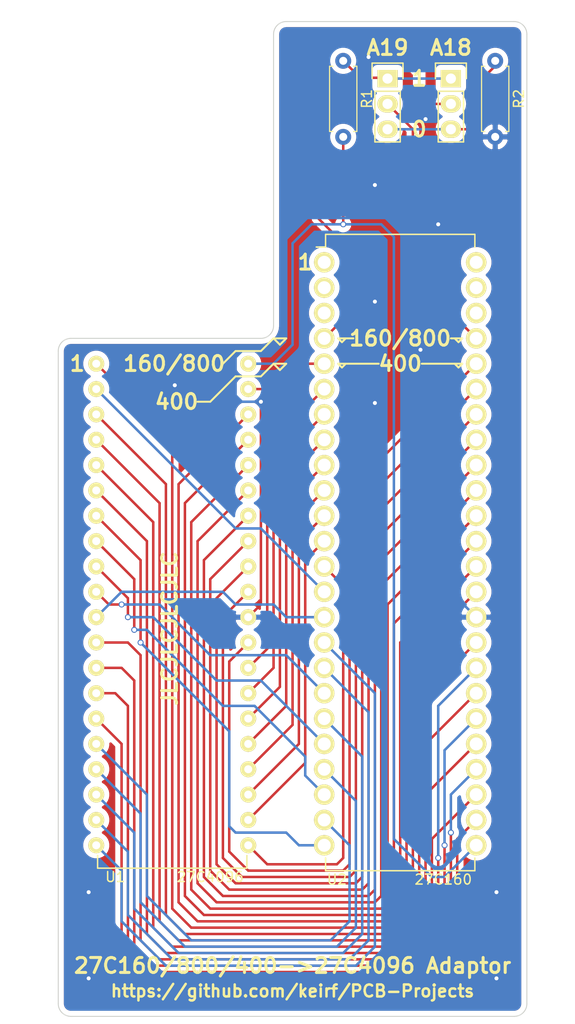
<source format=kicad_pcb>
(kicad_pcb (version 20171130) (host pcbnew "(5.1.6-0-10_14)")

  (general
    (thickness 1.6)
    (drawings 49)
    (tracks 309)
    (zones 0)
    (modules 6)
    (nets 45)
  )

  (page A4)
  (layers
    (0 F.Cu signal)
    (31 B.Cu signal)
    (32 B.Adhes user)
    (33 F.Adhes user)
    (34 B.Paste user)
    (35 F.Paste user)
    (36 B.SilkS user)
    (37 F.SilkS user)
    (38 B.Mask user)
    (39 F.Mask user)
    (40 Dwgs.User user)
    (41 Cmts.User user)
    (42 Eco1.User user)
    (43 Eco2.User user)
    (44 Edge.Cuts user)
    (45 Margin user)
    (46 B.CrtYd user)
    (47 F.CrtYd user)
    (48 B.Fab user)
    (49 F.Fab user)
  )

  (setup
    (last_trace_width 0.25)
    (trace_clearance 0.2)
    (zone_clearance 0.508)
    (zone_45_only no)
    (trace_min 0.2)
    (via_size 0.6)
    (via_drill 0.4)
    (via_min_size 0.4)
    (via_min_drill 0.3)
    (uvia_size 0.3)
    (uvia_drill 0.1)
    (uvias_allowed no)
    (uvia_min_size 0.2)
    (uvia_min_drill 0.1)
    (edge_width 0.1)
    (segment_width 0.2)
    (pcb_text_width 0.3)
    (pcb_text_size 1.5 1.5)
    (mod_edge_width 0.15)
    (mod_text_size 1 1)
    (mod_text_width 0.15)
    (pad_size 2.05 2.05)
    (pad_drill 1.3)
    (pad_to_mask_clearance 0)
    (aux_axis_origin 0 0)
    (visible_elements FFFFFF7F)
    (pcbplotparams
      (layerselection 0x010e0_ffffffff)
      (usegerberextensions true)
      (usegerberattributes true)
      (usegerberadvancedattributes true)
      (creategerberjobfile true)
      (excludeedgelayer true)
      (linewidth 0.100000)
      (plotframeref false)
      (viasonmask false)
      (mode 1)
      (useauxorigin false)
      (hpglpennumber 1)
      (hpglpenspeed 20)
      (hpglpendiameter 15.000000)
      (psnegative false)
      (psa4output false)
      (plotreference true)
      (plotvalue true)
      (plotinvisibletext false)
      (padsonsilk false)
      (subtractmaskfromsilk false)
      (outputformat 1)
      (mirror false)
      (drillshape 0)
      (scaleselection 1)
      (outputdirectory "gerber/"))
  )

  (net 0 "")
  (net 1 /P1)
  (net 2 /P2)
  (net 3 /P3)
  (net 4 /P4)
  (net 5 /P5)
  (net 6 /P6)
  (net 7 /P7)
  (net 8 /P8)
  (net 9 /P9)
  (net 10 /P10)
  (net 11 /P11)
  (net 12 /P12)
  (net 13 /P13)
  (net 14 /P14)
  (net 15 /P15)
  (net 16 /P16)
  (net 17 /P17)
  (net 18 /P18)
  (net 19 /P19)
  (net 20 /P20)
  (net 21 /P21)
  (net 22 /P22)
  (net 23 /P23)
  (net 24 /P24)
  (net 25 /P25)
  (net 26 /P26)
  (net 27 /P27)
  (net 28 /P28)
  (net 29 /P29)
  (net 30 /P31)
  (net 31 /P32)
  (net 32 /P33)
  (net 33 /P34)
  (net 34 /P35)
  (net 35 /P36)
  (net 36 /P37)
  (net 37 /P38)
  (net 38 /P39)
  (net 39 "Net-(P1-Pad1)")
  (net 40 /A19)
  (net 41 "Net-(P1-Pad3)")
  (net 42 /A18)
  (net 43 /VCC)
  (net 44 /VSS)

  (net_class Default "This is the default net class."
    (clearance 0.2)
    (trace_width 0.25)
    (via_dia 0.6)
    (via_drill 0.4)
    (uvia_dia 0.3)
    (uvia_drill 0.1)
    (add_net /A18)
    (add_net /A19)
    (add_net /P1)
    (add_net /P10)
    (add_net /P11)
    (add_net /P12)
    (add_net /P13)
    (add_net /P14)
    (add_net /P15)
    (add_net /P16)
    (add_net /P17)
    (add_net /P18)
    (add_net /P19)
    (add_net /P2)
    (add_net /P20)
    (add_net /P21)
    (add_net /P22)
    (add_net /P23)
    (add_net /P24)
    (add_net /P25)
    (add_net /P26)
    (add_net /P27)
    (add_net /P28)
    (add_net /P29)
    (add_net /P3)
    (add_net /P31)
    (add_net /P32)
    (add_net /P33)
    (add_net /P34)
    (add_net /P35)
    (add_net /P36)
    (add_net /P37)
    (add_net /P38)
    (add_net /P39)
    (add_net /P4)
    (add_net /P5)
    (add_net /P6)
    (add_net /P7)
    (add_net /P8)
    (add_net /P9)
    (add_net /VCC)
    (add_net /VSS)
    (add_net "Net-(P1-Pad1)")
    (add_net "Net-(P1-Pad3)")
  )

  (module Resistor_THT:R_Axial_DIN0207_L6.3mm_D2.5mm_P7.62mm_Horizontal (layer F.Cu) (tedit 5AE5139B) (tstamp 55F95CFA)
    (at 158.115 33.782 270)
    (descr "Resistor, Axial_DIN0207 series, Axial, Horizontal, pin pitch=7.62mm, 0.25W = 1/4W, length*diameter=6.3*2.5mm^2, http://cdn-reichelt.de/documents/datenblatt/B400/1_4W%23YAG.pdf")
    (tags "Resistor Axial_DIN0207 series Axial Horizontal pin pitch 7.62mm 0.25W = 1/4W length 6.3mm diameter 2.5mm")
    (path /55F954A1)
    (fp_text reference R2 (at 3.81 -2.37 90) (layer F.SilkS)
      (effects (font (size 1 1) (thickness 0.15)))
    )
    (fp_text value 1K (at 3.81 2.37 90) (layer F.Fab)
      (effects (font (size 1 1) (thickness 0.15)))
    )
    (fp_line (start 8.67 -1.5) (end -1.05 -1.5) (layer F.CrtYd) (width 0.05))
    (fp_line (start 8.67 1.5) (end 8.67 -1.5) (layer F.CrtYd) (width 0.05))
    (fp_line (start -1.05 1.5) (end 8.67 1.5) (layer F.CrtYd) (width 0.05))
    (fp_line (start -1.05 -1.5) (end -1.05 1.5) (layer F.CrtYd) (width 0.05))
    (fp_line (start 7.08 1.37) (end 7.08 1.04) (layer F.SilkS) (width 0.12))
    (fp_line (start 0.54 1.37) (end 7.08 1.37) (layer F.SilkS) (width 0.12))
    (fp_line (start 0.54 1.04) (end 0.54 1.37) (layer F.SilkS) (width 0.12))
    (fp_line (start 7.08 -1.37) (end 7.08 -1.04) (layer F.SilkS) (width 0.12))
    (fp_line (start 0.54 -1.37) (end 7.08 -1.37) (layer F.SilkS) (width 0.12))
    (fp_line (start 0.54 -1.04) (end 0.54 -1.37) (layer F.SilkS) (width 0.12))
    (fp_line (start 7.62 0) (end 6.96 0) (layer F.Fab) (width 0.1))
    (fp_line (start 0 0) (end 0.66 0) (layer F.Fab) (width 0.1))
    (fp_line (start 6.96 -1.25) (end 0.66 -1.25) (layer F.Fab) (width 0.1))
    (fp_line (start 6.96 1.25) (end 6.96 -1.25) (layer F.Fab) (width 0.1))
    (fp_line (start 0.66 1.25) (end 6.96 1.25) (layer F.Fab) (width 0.1))
    (fp_line (start 0.66 -1.25) (end 0.66 1.25) (layer F.Fab) (width 0.1))
    (fp_text user %R (at 3.81 0 90) (layer F.Fab)
      (effects (font (size 1 1) (thickness 0.15)))
    )
    (pad 2 thru_hole oval (at 7.62 0 270) (size 1.6 1.6) (drill 0.8) (layers *.Cu *.Mask)
      (net 44 /VSS))
    (pad 1 thru_hole circle (at 0 0 270) (size 1.6 1.6) (drill 0.8) (layers *.Cu *.Mask)
      (net 41 "Net-(P1-Pad3)"))
    (model ${KISYS3DMOD}/Resistor_THT.3dshapes/R_Axial_DIN0207_L6.3mm_D2.5mm_P7.62mm_Horizontal.wrl
      (at (xyz 0 0 0))
      (scale (xyz 1 1 1))
      (rotate (xyz 0 0 0))
    )
  )

  (module Resistor_THT:R_Axial_DIN0207_L6.3mm_D2.5mm_P7.62mm_Horizontal (layer F.Cu) (tedit 5AE5139B) (tstamp 55F95CF4)
    (at 142.875 33.782 270)
    (descr "Resistor, Axial_DIN0207 series, Axial, Horizontal, pin pitch=7.62mm, 0.25W = 1/4W, length*diameter=6.3*2.5mm^2, http://cdn-reichelt.de/documents/datenblatt/B400/1_4W%23YAG.pdf")
    (tags "Resistor Axial_DIN0207 series Axial Horizontal pin pitch 7.62mm 0.25W = 1/4W length 6.3mm diameter 2.5mm")
    (path /55F954FE)
    (fp_text reference R1 (at 3.81 -2.37 90) (layer F.SilkS)
      (effects (font (size 1 1) (thickness 0.15)))
    )
    (fp_text value 1K (at 3.81 2.37 90) (layer F.Fab)
      (effects (font (size 1 1) (thickness 0.15)))
    )
    (fp_line (start 8.67 -1.5) (end -1.05 -1.5) (layer F.CrtYd) (width 0.05))
    (fp_line (start 8.67 1.5) (end 8.67 -1.5) (layer F.CrtYd) (width 0.05))
    (fp_line (start -1.05 1.5) (end 8.67 1.5) (layer F.CrtYd) (width 0.05))
    (fp_line (start -1.05 -1.5) (end -1.05 1.5) (layer F.CrtYd) (width 0.05))
    (fp_line (start 7.08 1.37) (end 7.08 1.04) (layer F.SilkS) (width 0.12))
    (fp_line (start 0.54 1.37) (end 7.08 1.37) (layer F.SilkS) (width 0.12))
    (fp_line (start 0.54 1.04) (end 0.54 1.37) (layer F.SilkS) (width 0.12))
    (fp_line (start 7.08 -1.37) (end 7.08 -1.04) (layer F.SilkS) (width 0.12))
    (fp_line (start 0.54 -1.37) (end 7.08 -1.37) (layer F.SilkS) (width 0.12))
    (fp_line (start 0.54 -1.04) (end 0.54 -1.37) (layer F.SilkS) (width 0.12))
    (fp_line (start 7.62 0) (end 6.96 0) (layer F.Fab) (width 0.1))
    (fp_line (start 0 0) (end 0.66 0) (layer F.Fab) (width 0.1))
    (fp_line (start 6.96 -1.25) (end 0.66 -1.25) (layer F.Fab) (width 0.1))
    (fp_line (start 6.96 1.25) (end 6.96 -1.25) (layer F.Fab) (width 0.1))
    (fp_line (start 0.66 1.25) (end 6.96 1.25) (layer F.Fab) (width 0.1))
    (fp_line (start 0.66 -1.25) (end 0.66 1.25) (layer F.Fab) (width 0.1))
    (fp_text user %R (at 3.81 0 90) (layer F.Fab)
      (effects (font (size 1 1) (thickness 0.15)))
    )
    (pad 2 thru_hole oval (at 7.62 0 270) (size 1.6 1.6) (drill 0.8) (layers *.Cu *.Mask)
      (net 43 /VCC))
    (pad 1 thru_hole circle (at 0 0 270) (size 1.6 1.6) (drill 0.8) (layers *.Cu *.Mask)
      (net 39 "Net-(P1-Pad1)"))
    (model ${KISYS3DMOD}/Resistor_THT.3dshapes/R_Axial_DIN0207_L6.3mm_D2.5mm_P7.62mm_Horizontal.wrl
      (at (xyz 0 0 0))
      (scale (xyz 1 1 1))
      (rotate (xyz 0 0 0))
    )
  )

  (module Pin_Headers:Pin_Header_Straight_1x03 (layer F.Cu) (tedit 55F95F88) (tstamp 55F95CE7)
    (at 147.32 35.56)
    (descr "Through hole pin header")
    (tags "pin header")
    (path /55F953E8)
    (fp_text reference P1 (at 0 -5.1) (layer F.SilkS) hide
      (effects (font (size 1 1) (thickness 0.15)))
    )
    (fp_text value A19 (at 0 -3.1) (layer F.SilkS)
      (effects (font (size 1.5 1.5) (thickness 0.3)))
    )
    (fp_line (start -1.75 -1.75) (end -1.75 6.85) (layer F.CrtYd) (width 0.05))
    (fp_line (start 1.75 -1.75) (end 1.75 6.85) (layer F.CrtYd) (width 0.05))
    (fp_line (start -1.75 -1.75) (end 1.75 -1.75) (layer F.CrtYd) (width 0.05))
    (fp_line (start -1.75 6.85) (end 1.75 6.85) (layer F.CrtYd) (width 0.05))
    (fp_line (start -1.27 1.27) (end -1.27 6.35) (layer F.SilkS) (width 0.15))
    (fp_line (start -1.27 6.35) (end 1.27 6.35) (layer F.SilkS) (width 0.15))
    (fp_line (start 1.27 6.35) (end 1.27 1.27) (layer F.SilkS) (width 0.15))
    (fp_line (start 1.55 -1.55) (end 1.55 0) (layer F.SilkS) (width 0.15))
    (fp_line (start 1.27 1.27) (end -1.27 1.27) (layer F.SilkS) (width 0.15))
    (fp_line (start -1.55 0) (end -1.55 -1.55) (layer F.SilkS) (width 0.15))
    (fp_line (start -1.55 -1.55) (end 1.55 -1.55) (layer F.SilkS) (width 0.15))
    (pad 1 thru_hole rect (at 0 0) (size 2.032 1.7272) (drill 1.016) (layers *.Cu *.Mask F.SilkS)
      (net 39 "Net-(P1-Pad1)"))
    (pad 2 thru_hole oval (at 0 2.54) (size 2.032 1.7272) (drill 1.016) (layers *.Cu *.Mask F.SilkS)
      (net 40 /A19))
    (pad 3 thru_hole oval (at 0 5.08) (size 2.032 1.7272) (drill 1.016) (layers *.Cu *.Mask F.SilkS)
      (net 41 "Net-(P1-Pad3)"))
    (model Pin_Headers.3dshapes/Pin_Header_Straight_1x03.wrl
      (offset (xyz 0 -2.539999961853027 0))
      (scale (xyz 1 1 1))
      (rotate (xyz 0 0 90))
    )
  )

  (module Pin_Headers:Pin_Header_Straight_1x03 (layer F.Cu) (tedit 55F95F8D) (tstamp 55F95CEE)
    (at 153.67 35.56)
    (descr "Through hole pin header")
    (tags "pin header")
    (path /55F952CF)
    (fp_text reference P2 (at 0 -5.1) (layer F.SilkS) hide
      (effects (font (size 1 1) (thickness 0.15)))
    )
    (fp_text value A18 (at 0 -3.1) (layer F.SilkS)
      (effects (font (size 1.5 1.5) (thickness 0.3)))
    )
    (fp_line (start -1.75 -1.75) (end -1.75 6.85) (layer F.CrtYd) (width 0.05))
    (fp_line (start 1.75 -1.75) (end 1.75 6.85) (layer F.CrtYd) (width 0.05))
    (fp_line (start -1.75 -1.75) (end 1.75 -1.75) (layer F.CrtYd) (width 0.05))
    (fp_line (start -1.75 6.85) (end 1.75 6.85) (layer F.CrtYd) (width 0.05))
    (fp_line (start -1.27 1.27) (end -1.27 6.35) (layer F.SilkS) (width 0.15))
    (fp_line (start -1.27 6.35) (end 1.27 6.35) (layer F.SilkS) (width 0.15))
    (fp_line (start 1.27 6.35) (end 1.27 1.27) (layer F.SilkS) (width 0.15))
    (fp_line (start 1.55 -1.55) (end 1.55 0) (layer F.SilkS) (width 0.15))
    (fp_line (start 1.27 1.27) (end -1.27 1.27) (layer F.SilkS) (width 0.15))
    (fp_line (start -1.55 0) (end -1.55 -1.55) (layer F.SilkS) (width 0.15))
    (fp_line (start -1.55 -1.55) (end 1.55 -1.55) (layer F.SilkS) (width 0.15))
    (pad 1 thru_hole rect (at 0 0) (size 2.032 1.7272) (drill 1.016) (layers *.Cu *.Mask F.SilkS)
      (net 39 "Net-(P1-Pad1)"))
    (pad 2 thru_hole oval (at 0 2.54) (size 2.032 1.7272) (drill 1.016) (layers *.Cu *.Mask F.SilkS)
      (net 42 /A18))
    (pad 3 thru_hole oval (at 0 5.08) (size 2.032 1.7272) (drill 1.016) (layers *.Cu *.Mask F.SilkS)
      (net 41 "Net-(P1-Pad3)"))
    (model Pin_Headers.3dshapes/Pin_Header_Straight_1x03.wrl
      (offset (xyz 0 -2.539999961853027 0))
      (scale (xyz 1 1 1))
      (rotate (xyz 0 0 90))
    )
  )

  (module FF:27C160 (layer F.Cu) (tedit 55F95798) (tstamp 55F95D39)
    (at 140.97 53.975)
    (descr "40-lead dip package, row spacing 15.24 mm (600 mils)")
    (tags "dil dip 2.54 600")
    (path /55AF4F2A)
    (fp_text reference U2 (at 1.27 61.849) (layer F.SilkS)
      (effects (font (size 1 1) (thickness 0.15)))
    )
    (fp_text value 27C160 (at 11.938 61.849) (layer F.SilkS)
      (effects (font (size 1 1) (thickness 0.15)))
    )
    (fp_line (start -4.064 -10.16) (end -4.064 65.532) (layer F.CrtYd) (width 0.05))
    (fp_line (start -4.064 65.532) (end 19.304 65.532) (layer F.CrtYd) (width 0.05))
    (fp_line (start 19.304 65.532) (end 19.304 -10.16) (layer F.CrtYd) (width 0.05))
    (fp_line (start 19.304 -10.16) (end -4.064 -10.16) (layer F.CrtYd) (width 0.05))
    (fp_line (start 0.135 -2.803) (end 0.135 -1.533) (layer F.SilkS) (width 0.15))
    (fp_line (start 15.105 -2.803) (end 15.105 -1.533) (layer F.SilkS) (width 0.15))
    (fp_line (start 15.105 60.969) (end 15.105 59.699) (layer F.SilkS) (width 0.15))
    (fp_line (start 0.135 60.969) (end 0.135 59.699) (layer F.SilkS) (width 0.15))
    (fp_line (start 0.135 -2.803) (end 15.105 -2.803) (layer F.SilkS) (width 0.15))
    (fp_line (start 0.135 60.969) (end 15.105 60.969) (layer F.SilkS) (width 0.15))
    (fp_line (start 0.135 -1.533) (end -0.8 -1.533) (layer F.SilkS) (width 0.15))
    (pad 48 thru_hole oval (at 15.24 0) (size 2.05 2.05) (drill 1.3) (layers *.Cu *.Mask F.SilkS))
    (pad 47 thru_hole oval (at 15.24 2.54) (size 2.05 2.05) (drill 1.3) (layers *.Cu *.Mask F.SilkS))
    (pad 46 thru_hole oval (at 15.24 5.08) (size 2.05 2.05) (drill 1.3) (layers *.Cu *.Mask F.SilkS))
    (pad 45 thru_hole oval (at 15.24 7.62) (size 2.05 2.05) (drill 1.3) (layers *.Cu *.Mask F.SilkS)
      (net 40 /A19))
    (pad 44 thru_hole oval (at 15.24 10.16) (size 2.05 2.05) (drill 1.3) (layers *.Cu *.Mask F.SilkS)
      (net 29 /P29))
    (pad 43 thru_hole oval (at 15.24 12.7) (size 2.05 2.05) (drill 1.3) (layers *.Cu *.Mask F.SilkS)
      (net 30 /P31))
    (pad 42 thru_hole oval (at 15.24 15.24) (size 2.05 2.05) (drill 1.3) (layers *.Cu *.Mask F.SilkS)
      (net 31 /P32))
    (pad 41 thru_hole oval (at 15.24 17.78) (size 2.05 2.05) (drill 1.3) (layers *.Cu *.Mask F.SilkS)
      (net 32 /P33))
    (pad 1 thru_hole oval (at 0 0) (size 2.05 2.05) (drill 1.3) (layers *.Cu *.Mask F.SilkS))
    (pad 2 thru_hole oval (at 0 2.54) (size 2.05 2.05) (drill 1.3) (layers *.Cu *.Mask F.SilkS))
    (pad 3 thru_hole oval (at 0 5.08) (size 2.05 2.05) (drill 1.3) (layers *.Cu *.Mask F.SilkS))
    (pad 4 thru_hole oval (at 0 7.62) (size 2.05 2.05) (drill 1.3) (layers *.Cu *.Mask F.SilkS)
      (net 42 /A18))
    (pad 5 thru_hole oval (at 0 10.16) (size 2.05 2.05) (drill 1.3) (layers *.Cu *.Mask F.SilkS)
      (net 38 /P39))
    (pad 6 thru_hole oval (at 0 12.7) (size 2.05 2.05) (drill 1.3) (layers *.Cu *.Mask F.SilkS)
      (net 28 /P28))
    (pad 7 thru_hole oval (at 0 15.24) (size 2.05 2.05) (drill 1.3) (layers *.Cu *.Mask F.SilkS)
      (net 27 /P27))
    (pad 8 thru_hole oval (at 0 17.78) (size 2.05 2.05) (drill 1.3) (layers *.Cu *.Mask F.SilkS)
      (net 26 /P26))
    (pad 9 thru_hole oval (at 0 20.32) (size 2.05 2.05) (drill 1.3) (layers *.Cu *.Mask F.SilkS)
      (net 25 /P25))
    (pad 10 thru_hole oval (at 0 22.86) (size 2.05 2.05) (drill 1.3) (layers *.Cu *.Mask F.SilkS)
      (net 24 /P24))
    (pad 11 thru_hole oval (at 0 25.4) (size 2.05 2.05) (drill 1.3) (layers *.Cu *.Mask F.SilkS)
      (net 23 /P23))
    (pad 12 thru_hole oval (at 0 27.94) (size 2.05 2.05) (drill 1.3) (layers *.Cu *.Mask F.SilkS)
      (net 22 /P22))
    (pad 13 thru_hole oval (at 0 30.48) (size 2.05 2.05) (drill 1.3) (layers *.Cu *.Mask F.SilkS)
      (net 21 /P21))
    (pad 14 thru_hole oval (at 0 33.02) (size 2.05 2.05) (drill 1.3) (layers *.Cu *.Mask F.SilkS)
      (net 2 /P2))
    (pad 15 thru_hole oval (at 0 35.56) (size 2.05 2.05) (drill 1.3) (layers *.Cu *.Mask F.SilkS)
      (net 11 /P11))
    (pad 16 thru_hole oval (at 0 38.1) (size 2.05 2.05) (drill 1.3) (layers *.Cu *.Mask F.SilkS)
      (net 20 /P20))
    (pad 17 thru_hole oval (at 0 40.64) (size 2.05 2.05) (drill 1.3) (layers *.Cu *.Mask F.SilkS)
      (net 19 /P19))
    (pad 18 thru_hole oval (at 0 43.18) (size 2.05 2.05) (drill 1.3) (layers *.Cu *.Mask F.SilkS)
      (net 10 /P10))
    (pad 19 thru_hole oval (at 0 45.72) (size 2.05 2.05) (drill 1.3) (layers *.Cu *.Mask F.SilkS)
      (net 18 /P18))
    (pad 20 thru_hole oval (at 0 48.26) (size 2.05 2.05) (drill 1.3) (layers *.Cu *.Mask F.SilkS)
      (net 9 /P9))
    (pad 21 thru_hole oval (at 0 50.8) (size 2.05 2.05) (drill 1.3) (layers *.Cu *.Mask F.SilkS)
      (net 17 /P17))
    (pad 22 thru_hole oval (at 0 53.34) (size 2.05 2.05) (drill 1.3) (layers *.Cu *.Mask F.SilkS)
      (net 8 /P8))
    (pad 23 thru_hole oval (at 0 55.88) (size 2.05 2.05) (drill 1.3) (layers *.Cu *.Mask F.SilkS)
      (net 16 /P16))
    (pad 24 thru_hole oval (at 0 58.42) (size 2.05 2.05) (drill 1.3) (layers *.Cu *.Mask F.SilkS)
      (net 7 /P7))
    (pad 25 thru_hole oval (at 15.24 58.42) (size 2.05 2.05) (drill 1.3) (layers *.Cu *.Mask F.SilkS)
      (net 43 /VCC))
    (pad 26 thru_hole oval (at 15.24 55.88) (size 2.05 2.05) (drill 1.3) (layers *.Cu *.Mask F.SilkS)
      (net 15 /P15))
    (pad 27 thru_hole oval (at 15.24 53.34) (size 2.05 2.05) (drill 1.3) (layers *.Cu *.Mask F.SilkS)
      (net 6 /P6))
    (pad 28 thru_hole oval (at 15.24 50.8) (size 2.05 2.05) (drill 1.3) (layers *.Cu *.Mask F.SilkS)
      (net 14 /P14))
    (pad 29 thru_hole oval (at 15.24 48.26) (size 2.05 2.05) (drill 1.3) (layers *.Cu *.Mask F.SilkS)
      (net 5 /P5))
    (pad 30 thru_hole oval (at 15.24 45.72) (size 2.05 2.05) (drill 1.3) (layers *.Cu *.Mask F.SilkS)
      (net 13 /P13))
    (pad 31 thru_hole oval (at 15.24 43.18) (size 2.05 2.05) (drill 1.3) (layers *.Cu *.Mask F.SilkS)
      (net 4 /P4))
    (pad 32 thru_hole oval (at 15.24 40.64) (size 2.05 2.05) (drill 1.3) (layers *.Cu *.Mask F.SilkS)
      (net 12 /P12))
    (pad 33 thru_hole oval (at 15.24 38.1) (size 2.05 2.05) (drill 1.3) (layers *.Cu *.Mask F.SilkS)
      (net 3 /P3))
    (pad 34 thru_hole oval (at 15.24 35.56) (size 2.05 2.05) (drill 1.3) (layers *.Cu *.Mask F.SilkS)
      (net 44 /VSS))
    (pad 35 thru_hole oval (at 15.24 33.02) (size 2.05 2.05) (drill 1.3) (layers *.Cu *.Mask F.SilkS)
      (net 1 /P1))
    (pad 36 thru_hole oval (at 15.24 30.48) (size 2.05 2.05) (drill 1.3) (layers *.Cu *.Mask F.SilkS)
      (net 37 /P38))
    (pad 37 thru_hole oval (at 15.24 27.94) (size 2.05 2.05) (drill 1.3) (layers *.Cu *.Mask F.SilkS)
      (net 36 /P37))
    (pad 38 thru_hole oval (at 15.24 25.4) (size 2.05 2.05) (drill 1.3) (layers *.Cu *.Mask F.SilkS)
      (net 35 /P36))
    (pad 39 thru_hole oval (at 15.24 22.86) (size 2.05 2.05) (drill 1.3) (layers *.Cu *.Mask F.SilkS)
      (net 34 /P35))
    (pad 40 thru_hole oval (at 15.24 20.32) (size 2.05 2.05) (drill 1.3) (layers *.Cu *.Mask F.SilkS)
      (net 33 /P34))
    (model Housings_DIP.3dshapes/DIP-40_W15.24mm.wrl
      (at (xyz 0 0 0))
      (scale (xyz 1 1 1))
      (rotate (xyz 0 0 0))
    )
  )

  (module FF:27C4096 (layer F.Cu) (tedit 55F97EEB) (tstamp 55AF5648)
    (at 118.11 64.135)
    (descr "40-lead dip package, row spacing 15.24 mm (600 mils)")
    (tags "dil dip 2.54 600")
    (path /55AF4EC7)
    (fp_text reference U1 (at 1.905 51.435) (layer F.SilkS)
      (effects (font (size 1 1) (thickness 0.15)))
    )
    (fp_text value 27C4096 (at 11.43 51.435) (layer F.SilkS)
      (effects (font (size 1 1) (thickness 0.15)))
    )
    (fp_line (start -1.05 -2.45) (end -1.05 50.75) (layer F.CrtYd) (width 0.05))
    (fp_line (start 16.3 -2.45) (end 16.3 50.75) (layer F.CrtYd) (width 0.05))
    (fp_line (start -1.05 -2.45) (end 16.3 -2.45) (layer F.CrtYd) (width 0.05))
    (fp_line (start -1.05 50.75) (end 16.3 50.75) (layer F.CrtYd) (width 0.05))
    (fp_line (start 15.105 50.555) (end 15.105 49.285) (layer F.SilkS) (width 0.15))
    (fp_line (start 0.135 50.555) (end 0.135 49.285) (layer F.SilkS) (width 0.15))
    (fp_line (start 0.135 50.555) (end 15.105 50.555) (layer F.SilkS) (width 0.15))
    (pad 1 thru_hole oval (at 0 0) (size 1.6 1.6) (drill 0.8) (layers *.Cu *.Mask F.SilkS)
      (net 1 /P1))
    (pad 2 thru_hole oval (at 0 2.54) (size 1.6 1.6) (drill 0.8) (layers *.Cu *.Mask F.SilkS)
      (net 2 /P2))
    (pad 3 thru_hole oval (at 0 5.08) (size 1.6 1.6) (drill 0.8) (layers *.Cu *.Mask F.SilkS)
      (net 3 /P3))
    (pad 4 thru_hole oval (at 0 7.62) (size 1.6 1.6) (drill 0.8) (layers *.Cu *.Mask F.SilkS)
      (net 4 /P4))
    (pad 5 thru_hole oval (at 0 10.16) (size 1.6 1.6) (drill 0.8) (layers *.Cu *.Mask F.SilkS)
      (net 5 /P5))
    (pad 6 thru_hole oval (at 0 12.7) (size 1.6 1.6) (drill 0.8) (layers *.Cu *.Mask F.SilkS)
      (net 6 /P6))
    (pad 7 thru_hole oval (at 0 15.24) (size 1.6 1.6) (drill 0.8) (layers *.Cu *.Mask F.SilkS)
      (net 7 /P7))
    (pad 8 thru_hole oval (at 0 17.78) (size 1.6 1.6) (drill 0.8) (layers *.Cu *.Mask F.SilkS)
      (net 8 /P8))
    (pad 9 thru_hole oval (at 0 20.32) (size 1.6 1.6) (drill 0.8) (layers *.Cu *.Mask F.SilkS)
      (net 9 /P9))
    (pad 10 thru_hole oval (at 0 22.86) (size 1.6 1.6) (drill 0.8) (layers *.Cu *.Mask F.SilkS)
      (net 10 /P10))
    (pad 11 thru_hole oval (at 0 25.4) (size 1.6 1.6) (drill 0.8) (layers *.Cu *.Mask F.SilkS)
      (net 11 /P11))
    (pad 12 thru_hole oval (at 0 27.94) (size 1.6 1.6) (drill 0.8) (layers *.Cu *.Mask F.SilkS)
      (net 12 /P12))
    (pad 13 thru_hole oval (at 0 30.48) (size 1.6 1.6) (drill 0.8) (layers *.Cu *.Mask F.SilkS)
      (net 13 /P13))
    (pad 14 thru_hole oval (at 0 33.02) (size 1.6 1.6) (drill 0.8) (layers *.Cu *.Mask F.SilkS)
      (net 14 /P14))
    (pad 15 thru_hole oval (at 0 35.56) (size 1.6 1.6) (drill 0.8) (layers *.Cu *.Mask F.SilkS)
      (net 15 /P15))
    (pad 16 thru_hole oval (at 0 38.1) (size 1.6 1.6) (drill 0.8) (layers *.Cu *.Mask F.SilkS)
      (net 16 /P16))
    (pad 17 thru_hole oval (at 0 40.64) (size 1.6 1.6) (drill 0.8) (layers *.Cu *.Mask F.SilkS)
      (net 17 /P17))
    (pad 18 thru_hole oval (at 0 43.18) (size 1.6 1.6) (drill 0.8) (layers *.Cu *.Mask F.SilkS)
      (net 18 /P18))
    (pad 19 thru_hole oval (at 0 45.72) (size 1.6 1.6) (drill 0.8) (layers *.Cu *.Mask F.SilkS)
      (net 19 /P19))
    (pad 20 thru_hole oval (at 0 48.26) (size 1.6 1.6) (drill 0.8) (layers *.Cu *.Mask F.SilkS)
      (net 20 /P20))
    (pad 21 thru_hole oval (at 15.24 48.26) (size 1.6 1.6) (drill 0.8) (layers *.Cu *.Mask F.SilkS)
      (net 21 /P21))
    (pad 22 thru_hole oval (at 15.24 45.72) (size 1.6 1.6) (drill 0.8) (layers *.Cu *.Mask F.SilkS)
      (net 22 /P22))
    (pad 23 thru_hole oval (at 15.24 43.18) (size 1.6 1.6) (drill 0.8) (layers *.Cu *.Mask F.SilkS)
      (net 23 /P23))
    (pad 24 thru_hole oval (at 15.24 40.64) (size 1.6 1.6) (drill 0.8) (layers *.Cu *.Mask F.SilkS)
      (net 24 /P24))
    (pad 25 thru_hole oval (at 15.24 38.1) (size 1.6 1.6) (drill 0.8) (layers *.Cu *.Mask F.SilkS)
      (net 25 /P25))
    (pad 26 thru_hole oval (at 15.24 35.56) (size 1.6 1.6) (drill 0.8) (layers *.Cu *.Mask F.SilkS)
      (net 26 /P26))
    (pad 27 thru_hole oval (at 15.24 33.02) (size 1.6 1.6) (drill 0.8) (layers *.Cu *.Mask F.SilkS)
      (net 27 /P27))
    (pad 28 thru_hole oval (at 15.24 30.48) (size 1.6 1.6) (drill 0.8) (layers *.Cu *.Mask F.SilkS)
      (net 28 /P28))
    (pad 29 thru_hole oval (at 15.24 27.94) (size 1.6 1.6) (drill 0.8) (layers *.Cu *.Mask F.SilkS)
      (net 29 /P29))
    (pad 30 thru_hole oval (at 15.24 25.4) (size 1.6 1.6) (drill 0.8) (layers *.Cu *.Mask F.SilkS)
      (net 44 /VSS))
    (pad 31 thru_hole oval (at 15.24 22.86) (size 1.6 1.6) (drill 0.8) (layers *.Cu *.Mask F.SilkS)
      (net 30 /P31))
    (pad 32 thru_hole oval (at 15.24 20.32) (size 1.6 1.6) (drill 0.8) (layers *.Cu *.Mask F.SilkS)
      (net 31 /P32))
    (pad 33 thru_hole oval (at 15.24 17.78) (size 1.6 1.6) (drill 0.8) (layers *.Cu *.Mask F.SilkS)
      (net 32 /P33))
    (pad 34 thru_hole oval (at 15.24 15.24) (size 1.6 1.6) (drill 0.8) (layers *.Cu *.Mask F.SilkS)
      (net 33 /P34))
    (pad 35 thru_hole oval (at 15.24 12.7) (size 1.6 1.6) (drill 0.8) (layers *.Cu *.Mask F.SilkS)
      (net 34 /P35))
    (pad 36 thru_hole oval (at 15.24 10.16) (size 1.6 1.6) (drill 0.8) (layers *.Cu *.Mask F.SilkS)
      (net 35 /P36))
    (pad 37 thru_hole oval (at 15.24 7.62) (size 1.6 1.6) (drill 0.8) (layers *.Cu *.Mask F.SilkS)
      (net 36 /P37))
    (pad 38 thru_hole oval (at 15.24 5.08) (size 1.6 1.6) (drill 0.8) (layers *.Cu *.Mask F.SilkS)
      (net 37 /P38))
    (pad 39 thru_hole oval (at 15.24 2.54) (size 1.6 1.6) (drill 0.8) (layers *.Cu *.Mask F.SilkS)
      (net 38 /P39))
    (pad 40 thru_hole oval (at 15.24 0) (size 1.6 1.6) (drill 0.8) (layers *.Cu *.Mask F.SilkS)
      (net 43 /VCC))
    (model Housings_DIP.3dshapes/DIP-40_W15.24mm.wrl
      (at (xyz 0 0 0))
      (scale (xyz 1 1 1))
      (rotate (xyz 0 0 0))
    )
  )

  (gr_text JLCJLCJLCJLC (at 125.476 90.678 90) (layer F.SilkS)
    (effects (font (size 1.5 1.5) (thickness 0.3)))
  )
  (gr_line (start 129.54 67.945) (end 128.27 67.945) (angle 90) (layer F.SilkS) (width 0.2))
  (gr_line (start 154.432 64.516) (end 154.051 64.135) (angle 90) (layer F.SilkS) (width 0.2))
  (gr_line (start 154.813 64.135) (end 154.432 64.516) (angle 90) (layer F.SilkS) (width 0.2))
  (gr_line (start 154.051 61.595) (end 154.432 61.976) (angle 90) (layer F.SilkS) (width 0.2))
  (gr_line (start 154.178 61.722) (end 154.178 61.595) (angle 90) (layer F.SilkS) (width 0.2))
  (gr_line (start 154.813 61.595) (end 154.432 61.976) (angle 90) (layer F.SilkS) (width 0.2))
  (gr_line (start 142.748 64.516) (end 143.129 64.135) (angle 90) (layer F.SilkS) (width 0.2))
  (gr_line (start 142.367 64.135) (end 142.748 64.516) (angle 90) (layer F.SilkS) (width 0.2))
  (gr_line (start 142.748 61.976) (end 143.129 61.595) (angle 90) (layer F.SilkS) (width 0.2))
  (gr_line (start 142.367 61.595) (end 142.748 61.976) (angle 90) (layer F.SilkS) (width 0.2))
  (gr_line (start 142.367 61.595) (end 143.891 61.595) (angle 90) (layer F.SilkS) (width 0.2))
  (gr_line (start 142.367 64.135) (end 146.431 64.135) (angle 90) (layer F.SilkS) (width 0.2))
  (gr_line (start 150.749 64.135) (end 154.813 64.135) (angle 90) (layer F.SilkS) (width 0.2))
  (gr_line (start 153.67 61.595) (end 154.813 61.595) (angle 90) (layer F.SilkS) (width 0.2))
  (gr_text 400 (at 148.59 64.135) (layer F.SilkS)
    (effects (font (size 1.5 1.5) (thickness 0.3)))
  )
  (gr_text 160/800 (at 148.59 61.595) (layer F.SilkS)
    (effects (font (size 1.5 1.5) (thickness 0.3)))
  )
  (gr_text 1 (at 139.065 53.975) (layer F.SilkS)
    (effects (font (size 1.5 1.5) (thickness 0.3)))
  )
  (gr_line (start 132.08 62.865) (end 130.81 64.135) (angle 90) (layer F.SilkS) (width 0.2))
  (gr_line (start 134.62 62.865) (end 132.08 62.865) (angle 90) (layer F.SilkS) (width 0.2))
  (gr_line (start 132.08 65.405) (end 129.54 67.945) (angle 90) (layer F.SilkS) (width 0.2))
  (gr_line (start 134.62 65.405) (end 132.08 65.405) (angle 90) (layer F.SilkS) (width 0.2))
  (gr_text 1 (at 116.205 64.135) (layer F.SilkS)
    (effects (font (size 1.5 1.5) (thickness 0.3)))
  )
  (gr_line (start 136.525 64.77) (end 135.89 64.135) (angle 90) (layer F.SilkS) (width 0.2))
  (gr_line (start 137.16 64.135) (end 136.525 64.77) (angle 90) (layer F.SilkS) (width 0.2))
  (gr_line (start 135.89 64.135) (end 137.16 64.135) (angle 90) (layer F.SilkS) (width 0.2))
  (gr_line (start 134.62 65.405) (end 135.89 64.135) (angle 90) (layer F.SilkS) (width 0.2))
  (gr_line (start 134.62 62.865) (end 135.89 61.595) (angle 90) (layer F.SilkS) (width 0.2))
  (gr_line (start 136.525 62.23) (end 135.89 61.595) (angle 90) (layer F.SilkS) (width 0.2))
  (gr_line (start 137.16 61.595) (end 136.525 62.23) (angle 90) (layer F.SilkS) (width 0.2))
  (gr_line (start 135.89 61.595) (end 137.16 61.595) (angle 90) (layer F.SilkS) (width 0.2))
  (gr_text 400 (at 123.825 67.945) (layer F.SilkS)
    (effects (font (size 1.5 1.5) (thickness 0.3)) (justify left))
  )
  (gr_text 160/800 (at 120.65 64.135) (layer F.SilkS)
    (effects (font (size 1.5 1.5) (thickness 0.3)) (justify left))
  )
  (gr_line (start 161.29 31.115) (end 161.29 128.27) (angle 90) (layer Edge.Cuts) (width 0.1))
  (gr_line (start 135.89 60.325) (end 135.89 31.115) (angle 90) (layer Edge.Cuts) (width 0.1))
  (gr_text "0\n" (at 150.495 40.64) (layer F.SilkS)
    (effects (font (size 1.5 1.5) (thickness 0.3)))
  )
  (gr_text "1\n" (at 150.495 35.56) (layer F.SilkS)
    (effects (font (size 1.5 1.5) (thickness 0.3)))
  )
  (gr_arc (start 137.16 31.115) (end 135.89 31.115) (angle 90) (layer Edge.Cuts) (width 0.1))
  (gr_arc (start 160.02 31.115) (end 160.02 29.845) (angle 90) (layer Edge.Cuts) (width 0.1))
  (gr_line (start 137.16 29.845) (end 160.02 29.845) (angle 90) (layer Edge.Cuts) (width 0.1))
  (gr_line (start 114.3 128.27) (end 114.3 62.865) (angle 90) (layer Edge.Cuts) (width 0.1))
  (gr_line (start 115.57 61.595) (end 134.62 61.595) (angle 90) (layer Edge.Cuts) (width 0.1))
  (gr_line (start 115.57 129.54) (end 160.02 129.54) (angle 90) (layer Edge.Cuts) (width 0.1))
  (gr_arc (start 115.57 62.865) (end 114.3 62.865) (angle 90) (layer Edge.Cuts) (width 0.1))
  (gr_arc (start 134.62 60.325) (end 135.89 60.325) (angle 90) (layer Edge.Cuts) (width 0.1))
  (gr_arc (start 160.02 128.27) (end 161.29 128.27) (angle 90) (layer Edge.Cuts) (width 0.1))
  (gr_arc (start 115.57 128.27) (end 115.57 129.54) (angle 90) (layer Edge.Cuts) (width 0.1))
  (gr_text https://github.com/keirf/PCB-Projects (at 137.795 127) (layer F.SilkS)
    (effects (font (size 1.2 1.2) (thickness 0.25)))
  )
  (gr_text "27C160/800/400->27C4096 Adaptor" (at 137.795 124.46) (layer F.SilkS)
    (effects (font (size 1.5 1.5) (thickness 0.3)))
  )

  (segment (start 118.11 64.135) (end 125.73 71.755) (width 0.25) (layer F.Cu) (net 1))
  (segment (start 125.73 71.755) (end 125.73 118.745) (width 0.25) (layer F.Cu) (net 1) (tstamp 55AF5B26))
  (segment (start 125.73 118.745) (end 127.635 120.65) (width 0.25) (layer F.Cu) (net 1) (tstamp 55AF5B2B))
  (segment (start 149.225 93.98) (end 156.21 86.995) (width 0.25) (layer F.Cu) (net 1) (tstamp 55AF5B3A))
  (segment (start 149.225 120.015) (end 149.225 93.98) (width 0.25) (layer F.Cu) (net 1) (tstamp 55AF5B36))
  (segment (start 148.59 120.65) (end 149.225 120.015) (width 0.25) (layer F.Cu) (net 1) (tstamp 55AF5B35))
  (segment (start 127.635 120.65) (end 148.59 120.65) (width 0.25) (layer F.Cu) (net 1) (tstamp 55AF5B30))
  (segment (start 118.11 66.675) (end 132.08 80.645) (width 0.25) (layer B.Cu) (net 2))
  (segment (start 132.08 80.645) (end 134.62 80.645) (width 0.25) (layer B.Cu) (net 2) (tstamp 55AF5D39))
  (segment (start 134.62 80.645) (end 140.97 86.995) (width 0.25) (layer B.Cu) (net 2) (tstamp 55AF5D43))
  (segment (start 118.11 69.215) (end 125.095 76.2) (width 0.25) (layer F.Cu) (net 3))
  (segment (start 125.095 76.2) (end 125.095 119.38) (width 0.25) (layer F.Cu) (net 3) (tstamp 55AF5B5B))
  (segment (start 125.095 119.38) (end 127 121.285) (width 0.25) (layer F.Cu) (net 3) (tstamp 55AF5B5D))
  (segment (start 149.86 98.425) (end 156.21 92.075) (width 0.25) (layer F.Cu) (net 3) (tstamp 55AF5B6F))
  (segment (start 149.86 120.65) (end 149.86 98.425) (width 0.25) (layer F.Cu) (net 3) (tstamp 55AF5B6A))
  (segment (start 149.225 121.285) (end 149.86 120.65) (width 0.25) (layer F.Cu) (net 3) (tstamp 55AF5B69))
  (segment (start 127 121.285) (end 149.225 121.285) (width 0.25) (layer F.Cu) (net 3) (tstamp 55AF5B66))
  (segment (start 150.495 102.87) (end 156.21 97.155) (width 0.25) (layer F.Cu) (net 4) (tstamp 55AF5BCF))
  (segment (start 150.495 121.285) (end 150.495 102.87) (width 0.25) (layer F.Cu) (net 4) (tstamp 55AF5BCB))
  (segment (start 149.86 121.92) (end 150.495 121.285) (width 0.25) (layer F.Cu) (net 4) (tstamp 55AF5BCA))
  (segment (start 126.365 121.92) (end 149.86 121.92) (width 0.25) (layer F.Cu) (net 4) (tstamp 55AF5BC8))
  (segment (start 118.11 71.755) (end 124.46 78.105) (width 0.25) (layer F.Cu) (net 4))
  (segment (start 124.46 78.105) (end 124.46 120.015) (width 0.25) (layer F.Cu) (net 4) (tstamp 55AF5BBE))
  (segment (start 124.46 120.015) (end 126.365 121.92) (width 0.25) (layer F.Cu) (net 4) (tstamp 55AF5BC2))
  (segment (start 151.13 107.315) (end 156.21 102.235) (width 0.25) (layer F.Cu) (net 5) (tstamp 55AF5BF9))
  (segment (start 151.13 121.92) (end 151.13 107.315) (width 0.25) (layer F.Cu) (net 5) (tstamp 55AF5BF2))
  (segment (start 150.495 122.555) (end 151.13 121.92) (width 0.25) (layer F.Cu) (net 5) (tstamp 55AF5BF1))
  (segment (start 125.73 122.555) (end 150.495 122.555) (width 0.25) (layer F.Cu) (net 5) (tstamp 55AF5BEE))
  (segment (start 118.11 74.295) (end 123.825 80.01) (width 0.25) (layer F.Cu) (net 5))
  (segment (start 123.825 80.01) (end 123.825 120.65) (width 0.25) (layer F.Cu) (net 5) (tstamp 55AF5BE4))
  (segment (start 123.825 120.65) (end 125.73 122.555) (width 0.25) (layer F.Cu) (net 5) (tstamp 55AF5BE9))
  (segment (start 151.765 111.76) (end 156.21 107.315) (width 0.25) (layer F.Cu) (net 6) (tstamp 55AF5C13))
  (segment (start 151.765 122.555) (end 151.765 111.76) (width 0.25) (layer F.Cu) (net 6) (tstamp 55AF5C10))
  (segment (start 151.13 123.19) (end 151.765 122.555) (width 0.25) (layer F.Cu) (net 6) (tstamp 55AF5C0F))
  (segment (start 125.095 123.19) (end 151.13 123.19) (width 0.25) (layer F.Cu) (net 6) (tstamp 55AF5C0C))
  (segment (start 118.11 76.835) (end 123.19 81.915) (width 0.25) (layer F.Cu) (net 6))
  (segment (start 123.19 81.915) (end 123.19 121.285) (width 0.25) (layer F.Cu) (net 6) (tstamp 55AF5C04))
  (segment (start 123.19 121.285) (end 125.095 123.19) (width 0.25) (layer F.Cu) (net 6) (tstamp 55AF5C07))
  (segment (start 118.11 79.375) (end 122.555 83.82) (width 0.25) (layer F.Cu) (net 7))
  (segment (start 122.555 83.82) (end 122.555 92.075) (width 0.25) (layer F.Cu) (net 7) (tstamp 55AF5FF4))
  (via (at 122.555 92.075) (size 0.6) (drill 0.4) (layers F.Cu B.Cu) (net 7))
  (segment (start 138.43 112.395) (end 140.97 112.395) (width 0.25) (layer B.Cu) (net 7) (tstamp 55AF6012))
  (segment (start 137.16 111.125) (end 138.43 112.395) (width 0.25) (layer B.Cu) (net 7) (tstamp 55AF600F))
  (segment (start 132.08 111.125) (end 137.16 111.125) (width 0.25) (layer B.Cu) (net 7) (tstamp 55AF600B))
  (segment (start 131.445 110.49) (end 132.08 111.125) (width 0.25) (layer B.Cu) (net 7) (tstamp 55AF6006))
  (segment (start 131.445 100.965) (end 131.445 110.49) (width 0.25) (layer B.Cu) (net 7) (tstamp 55AF6003))
  (segment (start 122.555 92.075) (end 131.445 100.965) (width 0.25) (layer B.Cu) (net 7) (tstamp 55AF6002))
  (segment (start 118.11 81.915) (end 121.92 85.725) (width 0.25) (layer F.Cu) (net 8))
  (segment (start 121.92 85.725) (end 121.92 90.805) (width 0.25) (layer F.Cu) (net 8) (tstamp 55AF6016))
  (via (at 121.92 90.805) (size 0.6) (drill 0.4) (layers F.Cu B.Cu) (net 8))
  (segment (start 139.065 105.41) (end 140.97 107.315) (width 0.25) (layer B.Cu) (net 8) (tstamp 55AF6043))
  (segment (start 139.065 103.505) (end 139.065 105.41) (width 0.25) (layer B.Cu) (net 8) (tstamp 55AF603E))
  (segment (start 133.985 98.425) (end 139.065 103.505) (width 0.25) (layer B.Cu) (net 8) (tstamp 55AF6035))
  (segment (start 130.81 98.425) (end 133.985 98.425) (width 0.25) (layer B.Cu) (net 8) (tstamp 55AF6030))
  (segment (start 123.19 90.805) (end 130.81 98.425) (width 0.25) (layer B.Cu) (net 8) (tstamp 55AF6028))
  (segment (start 121.92 90.805) (end 123.19 90.805) (width 0.25) (layer B.Cu) (net 8) (tstamp 55AF6027))
  (segment (start 118.11 84.455) (end 121.285 87.63) (width 0.25) (layer F.Cu) (net 9))
  (segment (start 121.285 87.63) (end 121.285 89.535) (width 0.25) (layer F.Cu) (net 9) (tstamp 55AF6047))
  (via (at 121.285 89.535) (size 0.6) (drill 0.4) (layers F.Cu B.Cu) (net 9))
  (segment (start 134.62 95.885) (end 140.97 102.235) (width 0.25) (layer B.Cu) (net 9) (tstamp 55AF6059))
  (segment (start 130.175 95.885) (end 134.62 95.885) (width 0.25) (layer B.Cu) (net 9) (tstamp 55AF6050))
  (segment (start 123.825 89.535) (end 130.175 95.885) (width 0.25) (layer B.Cu) (net 9) (tstamp 55AF604F))
  (segment (start 121.285 89.535) (end 123.825 89.535) (width 0.25) (layer B.Cu) (net 9) (tstamp 55AF604E))
  (segment (start 137.16 93.345) (end 140.97 97.155) (width 0.25) (layer B.Cu) (net 10) (tstamp 55AF607B))
  (segment (start 129.54 93.345) (end 137.16 93.345) (width 0.25) (layer B.Cu) (net 10) (tstamp 55AF6076))
  (segment (start 124.46 88.265) (end 129.54 93.345) (width 0.25) (layer B.Cu) (net 10) (tstamp 55AF6074))
  (segment (start 120.65 88.265) (end 124.46 88.265) (width 0.25) (layer B.Cu) (net 10) (tstamp 55AF6073))
  (via (at 120.65 88.265) (size 0.6) (drill 0.4) (layers F.Cu B.Cu) (net 10))
  (segment (start 119.38 88.265) (end 120.65 88.265) (width 0.25) (layer F.Cu) (net 10) (tstamp 55AF605F))
  (segment (start 118.11 86.995) (end 119.38 88.265) (width 0.25) (layer F.Cu) (net 10))
  (segment (start 118.11 89.535) (end 120.65 86.995) (width 0.25) (layer B.Cu) (net 11))
  (segment (start 120.65 86.995) (end 130.81 86.995) (width 0.25) (layer B.Cu) (net 11) (tstamp 55AF60A1))
  (segment (start 130.81 86.995) (end 132.08 88.265) (width 0.25) (layer B.Cu) (net 11) (tstamp 55AF60A3))
  (segment (start 137.16 89.535) (end 140.97 89.535) (width 0.25) (layer B.Cu) (net 11) (tstamp 55AF60AD))
  (segment (start 135.89 88.265) (end 137.16 89.535) (width 0.25) (layer B.Cu) (net 11) (tstamp 55AF60AB))
  (segment (start 132.08 88.265) (end 135.89 88.265) (width 0.25) (layer B.Cu) (net 11) (tstamp 55AF60A6))
  (segment (start 121.285 92.075) (end 122.555 93.345) (width 0.25) (layer F.Cu) (net 12) (tstamp 55AF5D7E))
  (segment (start 122.555 93.345) (end 122.555 121.92) (width 0.25) (layer F.Cu) (net 12) (tstamp 55AF5D84))
  (segment (start 122.555 121.92) (end 124.46 123.825) (width 0.25) (layer F.Cu) (net 12) (tstamp 55AF5D88))
  (segment (start 124.46 123.825) (end 151.765 123.825) (width 0.25) (layer F.Cu) (net 12) (tstamp 55AF5D8A))
  (segment (start 151.765 123.825) (end 152.4 123.19) (width 0.25) (layer F.Cu) (net 12) (tstamp 55AF5D8D))
  (segment (start 152.4 123.19) (end 152.4 113.665) (width 0.25) (layer F.Cu) (net 12) (tstamp 55AF5D8E))
  (segment (start 118.11 92.075) (end 121.285 92.075) (width 0.25) (layer F.Cu) (net 12))
  (segment (start 152.4 113.665) (end 152.4 98.425) (width 0.25) (layer B.Cu) (net 12))
  (via (at 152.4 113.665) (size 0.6) (drill 0.4) (layers F.Cu B.Cu) (net 12))
  (segment (start 152.4 98.425) (end 156.21 94.615) (width 0.25) (layer B.Cu) (net 12) (tstamp 55AF5DBD))
  (segment (start 118.11 94.615) (end 120.65 94.615) (width 0.25) (layer F.Cu) (net 13))
  (segment (start 120.65 94.615) (end 121.92 95.885) (width 0.25) (layer F.Cu) (net 13) (tstamp 55AF5DC9))
  (segment (start 121.92 95.885) (end 121.92 122.555) (width 0.25) (layer F.Cu) (net 13) (tstamp 55AF5DCF))
  (segment (start 153.035 102.87) (end 156.21 99.695) (width 0.25) (layer B.Cu) (net 13) (tstamp 55AF5DDE))
  (segment (start 153.035 112.395) (end 153.035 102.87) (width 0.25) (layer B.Cu) (net 13) (tstamp 55AF5DDD))
  (via (at 153.035 112.395) (size 0.6) (drill 0.4) (layers F.Cu B.Cu) (net 13))
  (segment (start 153.035 123.825) (end 153.035 112.395) (width 0.25) (layer F.Cu) (net 13) (tstamp 55AF5DD9))
  (segment (start 152.4 124.46) (end 153.035 123.825) (width 0.25) (layer F.Cu) (net 13) (tstamp 55AF5DD8))
  (segment (start 123.825 124.46) (end 152.4 124.46) (width 0.25) (layer F.Cu) (net 13) (tstamp 55AF5DD5))
  (segment (start 121.92 122.555) (end 123.825 124.46) (width 0.25) (layer F.Cu) (net 13) (tstamp 55AF5DD3))
  (segment (start 153.67 107.315) (end 156.21 104.775) (width 0.25) (layer B.Cu) (net 14) (tstamp 55AF5DF8))
  (segment (start 153.67 111.125) (end 153.67 107.315) (width 0.25) (layer B.Cu) (net 14) (tstamp 55AF5DF7))
  (via (at 153.67 111.125) (size 0.6) (drill 0.4) (layers F.Cu B.Cu) (net 14))
  (segment (start 153.67 124.46) (end 153.67 111.125) (width 0.25) (layer F.Cu) (net 14) (tstamp 55AF5DF5))
  (segment (start 153.035 125.095) (end 153.67 124.46) (width 0.25) (layer F.Cu) (net 14) (tstamp 55AF5DF4))
  (segment (start 123.19 125.095) (end 153.035 125.095) (width 0.25) (layer F.Cu) (net 14) (tstamp 55AF5DF2))
  (segment (start 121.285 123.19) (end 123.19 125.095) (width 0.25) (layer F.Cu) (net 14) (tstamp 55AF5DEC))
  (segment (start 121.285 98.425) (end 121.285 123.19) (width 0.25) (layer F.Cu) (net 14) (tstamp 55AF5DEB))
  (segment (start 120.015 97.155) (end 121.285 98.425) (width 0.25) (layer F.Cu) (net 14) (tstamp 55AF5DE8))
  (segment (start 118.11 97.155) (end 120.015 97.155) (width 0.25) (layer F.Cu) (net 14))
  (segment (start 154.305 111.76) (end 156.21 109.855) (width 0.25) (layer F.Cu) (net 15) (tstamp 55AF5E19))
  (segment (start 154.305 125.095) (end 154.305 111.76) (width 0.25) (layer F.Cu) (net 15) (tstamp 55AF5E15))
  (segment (start 153.67 125.73) (end 154.305 125.095) (width 0.25) (layer F.Cu) (net 15) (tstamp 55AF5E14))
  (segment (start 122.555 125.73) (end 153.67 125.73) (width 0.25) (layer F.Cu) (net 15) (tstamp 55AF5E10))
  (segment (start 120.65 123.825) (end 122.555 125.73) (width 0.25) (layer F.Cu) (net 15) (tstamp 55AF5E0C))
  (segment (start 120.65 102.235) (end 120.65 123.825) (width 0.25) (layer F.Cu) (net 15) (tstamp 55AF5E07))
  (segment (start 118.11 99.695) (end 120.65 102.235) (width 0.25) (layer F.Cu) (net 15))
  (segment (start 141.605 121.92) (end 143.51 120.015) (width 0.25) (layer B.Cu) (net 16) (tstamp 55AF5EE6))
  (segment (start 127.635 121.92) (end 141.605 121.92) (width 0.25) (layer B.Cu) (net 16) (tstamp 55AF5EDA))
  (segment (start 118.11 102.235) (end 123.19 107.315) (width 0.25) (layer B.Cu) (net 16))
  (segment (start 123.19 107.315) (end 123.19 117.475) (width 0.25) (layer B.Cu) (net 16) (tstamp 55AF5EB0))
  (segment (start 123.19 117.475) (end 127.635 121.92) (width 0.25) (layer B.Cu) (net 16) (tstamp 55AF5EC0))
  (segment (start 143.51 112.395) (end 140.97 109.855) (width 0.25) (layer B.Cu) (net 16) (tstamp 55AF5EF1))
  (segment (start 143.51 120.015) (end 143.51 112.395) (width 0.25) (layer B.Cu) (net 16) (tstamp 55AF5EEE))
  (segment (start 118.11 104.775) (end 122.555 109.22) (width 0.25) (layer B.Cu) (net 17))
  (segment (start 122.555 109.22) (end 122.555 118.11) (width 0.25) (layer B.Cu) (net 17) (tstamp 55AF5EF5))
  (segment (start 122.555 118.11) (end 127 122.555) (width 0.25) (layer B.Cu) (net 17) (tstamp 55AF5EF7))
  (segment (start 144.145 107.95) (end 140.97 104.775) (width 0.25) (layer B.Cu) (net 17) (tstamp 55AF5F09))
  (segment (start 144.145 120.65) (end 144.145 107.95) (width 0.25) (layer B.Cu) (net 17) (tstamp 55AF5F03))
  (segment (start 142.24 122.555) (end 144.145 120.65) (width 0.25) (layer B.Cu) (net 17) (tstamp 55AF5EFF))
  (segment (start 127 122.555) (end 142.24 122.555) (width 0.25) (layer B.Cu) (net 17) (tstamp 55AF5EFC))
  (segment (start 144.78 103.505) (end 140.97 99.695) (width 0.25) (layer B.Cu) (net 18) (tstamp 55AF5F1F))
  (segment (start 144.78 121.285) (end 144.78 103.505) (width 0.25) (layer B.Cu) (net 18) (tstamp 55AF5F1A))
  (segment (start 142.875 123.19) (end 144.78 121.285) (width 0.25) (layer B.Cu) (net 18) (tstamp 55AF5F17))
  (segment (start 126.365 123.19) (end 142.875 123.19) (width 0.25) (layer B.Cu) (net 18) (tstamp 55AF5F14))
  (segment (start 121.92 118.745) (end 126.365 123.19) (width 0.25) (layer B.Cu) (net 18) (tstamp 55AF5F10))
  (segment (start 121.92 111.125) (end 121.92 118.745) (width 0.25) (layer B.Cu) (net 18) (tstamp 55AF5F0D))
  (segment (start 118.11 107.315) (end 121.92 111.125) (width 0.25) (layer B.Cu) (net 18))
  (segment (start 118.11 109.855) (end 121.285 113.03) (width 0.25) (layer B.Cu) (net 19))
  (segment (start 121.285 113.03) (end 121.285 119.38) (width 0.25) (layer B.Cu) (net 19) (tstamp 55AF5F24))
  (segment (start 121.285 119.38) (end 125.73 123.825) (width 0.25) (layer B.Cu) (net 19) (tstamp 55AF5F25))
  (segment (start 145.415 99.06) (end 140.97 94.615) (width 0.25) (layer B.Cu) (net 19) (tstamp 55AF5F36))
  (segment (start 145.415 121.92) (end 145.415 99.06) (width 0.25) (layer B.Cu) (net 19) (tstamp 55AF5F31))
  (segment (start 143.51 123.825) (end 145.415 121.92) (width 0.25) (layer B.Cu) (net 19) (tstamp 55AF5F2D))
  (segment (start 125.73 123.825) (end 143.51 123.825) (width 0.25) (layer B.Cu) (net 19) (tstamp 55AF5F2B))
  (segment (start 118.11 112.395) (end 120.65 114.935) (width 0.25) (layer B.Cu) (net 20))
  (segment (start 120.65 114.935) (end 120.65 120.015) (width 0.25) (layer B.Cu) (net 20) (tstamp 55AF5F3B))
  (segment (start 120.65 120.015) (end 125.095 124.46) (width 0.25) (layer B.Cu) (net 20) (tstamp 55AF5F3F))
  (segment (start 146.05 97.155) (end 140.97 92.075) (width 0.25) (layer B.Cu) (net 20) (tstamp 55AF5F4C))
  (segment (start 146.05 122.555) (end 146.05 97.155) (width 0.25) (layer B.Cu) (net 20) (tstamp 55AF5F47))
  (segment (start 144.145 124.46) (end 146.05 122.555) (width 0.25) (layer B.Cu) (net 20) (tstamp 55AF5F45))
  (segment (start 125.095 124.46) (end 144.145 124.46) (width 0.25) (layer B.Cu) (net 20) (tstamp 55AF5F43))
  (segment (start 133.35 112.395) (end 135.255 114.3) (width 0.25) (layer F.Cu) (net 21))
  (segment (start 135.255 114.3) (end 142.24 114.3) (width 0.25) (layer F.Cu) (net 21) (tstamp 55AF598A))
  (segment (start 142.24 114.3) (end 142.875 113.665) (width 0.25) (layer F.Cu) (net 21) (tstamp 55AF5991))
  (segment (start 142.875 86.36) (end 140.97 84.455) (width 0.25) (layer F.Cu) (net 21) (tstamp 55AF599E))
  (segment (start 142.875 113.665) (end 142.875 86.36) (width 0.25) (layer F.Cu) (net 21) (tstamp 55AF599A))
  (segment (start 133.35 109.855) (end 139.065 104.14) (width 0.25) (layer F.Cu) (net 22))
  (segment (start 139.065 104.14) (end 139.065 83.82) (width 0.25) (layer F.Cu) (net 22) (tstamp 55AF57B4))
  (segment (start 139.065 83.82) (end 140.97 81.915) (width 0.25) (layer F.Cu) (net 22) (tstamp 55AF57B7))
  (segment (start 133.35 107.315) (end 138.43 102.235) (width 0.25) (layer F.Cu) (net 23))
  (segment (start 138.43 102.235) (end 138.43 81.915) (width 0.25) (layer F.Cu) (net 23) (tstamp 55AF57AC))
  (segment (start 138.43 81.915) (end 140.97 79.375) (width 0.25) (layer F.Cu) (net 23) (tstamp 55AF57AE))
  (segment (start 133.35 104.775) (end 137.795 100.33) (width 0.25) (layer F.Cu) (net 24))
  (segment (start 137.795 100.33) (end 137.795 80.01) (width 0.25) (layer F.Cu) (net 24) (tstamp 55AF57A5))
  (segment (start 137.795 80.01) (end 140.97 76.835) (width 0.25) (layer F.Cu) (net 24) (tstamp 55AF57A6))
  (segment (start 133.35 102.235) (end 137.16 98.425) (width 0.25) (layer F.Cu) (net 25))
  (segment (start 137.16 98.425) (end 137.16 78.105) (width 0.25) (layer F.Cu) (net 25) (tstamp 55AF57A0))
  (segment (start 137.16 78.105) (end 140.97 74.295) (width 0.25) (layer F.Cu) (net 25) (tstamp 55AF57A1))
  (segment (start 133.35 99.695) (end 136.525 96.52) (width 0.25) (layer F.Cu) (net 26))
  (segment (start 136.525 96.52) (end 136.525 76.2) (width 0.25) (layer F.Cu) (net 26) (tstamp 55AF579B))
  (segment (start 136.525 76.2) (end 140.97 71.755) (width 0.25) (layer F.Cu) (net 26) (tstamp 55AF579C))
  (segment (start 133.35 97.155) (end 135.89 94.615) (width 0.25) (layer F.Cu) (net 27))
  (segment (start 135.89 94.615) (end 135.89 74.295) (width 0.25) (layer F.Cu) (net 27) (tstamp 55AF5796))
  (segment (start 135.89 74.295) (end 140.97 69.215) (width 0.25) (layer F.Cu) (net 27) (tstamp 55AF5797))
  (segment (start 133.35 94.615) (end 135.255 92.71) (width 0.25) (layer F.Cu) (net 28))
  (segment (start 135.255 92.71) (end 135.255 72.39) (width 0.25) (layer F.Cu) (net 28) (tstamp 55AF5791))
  (segment (start 135.255 72.39) (end 140.97 66.675) (width 0.25) (layer F.Cu) (net 28) (tstamp 55AF5792))
  (segment (start 133.35 92.075) (end 131.445 93.98) (width 0.25) (layer F.Cu) (net 29))
  (segment (start 131.445 93.98) (end 131.445 113.03) (width 0.25) (layer F.Cu) (net 29) (tstamp 55AF59D0))
  (segment (start 131.445 113.03) (end 133.35 114.935) (width 0.25) (layer F.Cu) (net 29) (tstamp 55AF59D9))
  (segment (start 143.51 76.835) (end 156.21 64.135) (width 0.25) (layer F.Cu) (net 29) (tstamp 55AF59FB))
  (segment (start 143.51 114.3) (end 143.51 76.835) (width 0.25) (layer F.Cu) (net 29) (tstamp 55AF59F1))
  (segment (start 142.875 114.935) (end 143.51 114.3) (width 0.25) (layer F.Cu) (net 29) (tstamp 55AF59EE))
  (segment (start 133.35 114.935) (end 142.875 114.935) (width 0.25) (layer F.Cu) (net 29) (tstamp 55AF59E2))
  (segment (start 133.35 86.995) (end 130.81 89.535) (width 0.25) (layer F.Cu) (net 30))
  (segment (start 130.81 89.535) (end 130.81 113.665) (width 0.25) (layer F.Cu) (net 30) (tstamp 55AF5A0E))
  (segment (start 130.81 113.665) (end 132.715 115.57) (width 0.25) (layer F.Cu) (net 30) (tstamp 55AF5A13))
  (segment (start 144.145 78.74) (end 156.21 66.675) (width 0.25) (layer F.Cu) (net 30) (tstamp 55AF5A2B))
  (segment (start 144.145 114.935) (end 144.145 78.74) (width 0.25) (layer F.Cu) (net 30) (tstamp 55AF5A1C))
  (segment (start 143.51 115.57) (end 144.145 114.935) (width 0.25) (layer F.Cu) (net 30) (tstamp 55AF5A1A))
  (segment (start 132.715 115.57) (end 143.51 115.57) (width 0.25) (layer F.Cu) (net 30) (tstamp 55AF5A18))
  (segment (start 133.35 84.455) (end 130.175 87.63) (width 0.25) (layer F.Cu) (net 31))
  (segment (start 130.175 87.63) (end 130.175 114.3) (width 0.25) (layer F.Cu) (net 31) (tstamp 55AF5A3D))
  (segment (start 130.175 114.3) (end 132.08 116.205) (width 0.25) (layer F.Cu) (net 31) (tstamp 55AF5A42))
  (segment (start 144.78 80.645) (end 156.21 69.215) (width 0.25) (layer F.Cu) (net 31) (tstamp 55AF5A57))
  (segment (start 144.78 115.57) (end 144.78 80.645) (width 0.25) (layer F.Cu) (net 31) (tstamp 55AF5A50))
  (segment (start 144.145 116.205) (end 144.78 115.57) (width 0.25) (layer F.Cu) (net 31) (tstamp 55AF5A4D))
  (segment (start 132.08 116.205) (end 144.145 116.205) (width 0.25) (layer F.Cu) (net 31) (tstamp 55AF5A49))
  (segment (start 133.35 81.915) (end 129.54 85.725) (width 0.25) (layer F.Cu) (net 32))
  (segment (start 129.54 85.725) (end 129.54 114.935) (width 0.25) (layer F.Cu) (net 32) (tstamp 55AF5A5D))
  (segment (start 129.54 114.935) (end 131.445 116.84) (width 0.25) (layer F.Cu) (net 32) (tstamp 55AF5A61))
  (segment (start 145.415 82.55) (end 156.21 71.755) (width 0.25) (layer F.Cu) (net 32) (tstamp 55AF5A6E))
  (segment (start 145.415 116.205) (end 145.415 82.55) (width 0.25) (layer F.Cu) (net 32) (tstamp 55AF5A6B))
  (segment (start 144.78 116.84) (end 145.415 116.205) (width 0.25) (layer F.Cu) (net 32) (tstamp 55AF5A6A))
  (segment (start 131.445 116.84) (end 144.78 116.84) (width 0.25) (layer F.Cu) (net 32) (tstamp 55AF5A65))
  (segment (start 146.05 84.455) (end 156.21 74.295) (width 0.25) (layer F.Cu) (net 33) (tstamp 55AF5A87))
  (segment (start 146.05 116.84) (end 146.05 84.455) (width 0.25) (layer F.Cu) (net 33) (tstamp 55AF5A83))
  (segment (start 145.415 117.475) (end 146.05 116.84) (width 0.25) (layer F.Cu) (net 33) (tstamp 55AF5A82))
  (segment (start 130.81 117.475) (end 145.415 117.475) (width 0.25) (layer F.Cu) (net 33) (tstamp 55AF5A7D))
  (segment (start 133.35 79.375) (end 128.905 83.82) (width 0.25) (layer F.Cu) (net 33))
  (segment (start 128.905 83.82) (end 128.905 115.57) (width 0.25) (layer F.Cu) (net 33) (tstamp 55AF5A75))
  (segment (start 128.905 115.57) (end 130.81 117.475) (width 0.25) (layer F.Cu) (net 33) (tstamp 55AF5A78))
  (segment (start 146.685 86.36) (end 156.21 76.835) (width 0.25) (layer F.Cu) (net 34) (tstamp 55AF5AA3))
  (segment (start 146.685 117.475) (end 146.685 86.36) (width 0.25) (layer F.Cu) (net 34) (tstamp 55AF5AA0))
  (segment (start 146.05 118.11) (end 146.685 117.475) (width 0.25) (layer F.Cu) (net 34) (tstamp 55AF5A9F))
  (segment (start 130.175 118.11) (end 146.05 118.11) (width 0.25) (layer F.Cu) (net 34) (tstamp 55AF5A99))
  (segment (start 128.27 116.205) (end 130.175 118.11) (width 0.25) (layer F.Cu) (net 34) (tstamp 55AF5A95))
  (segment (start 128.27 81.915) (end 128.27 116.205) (width 0.25) (layer F.Cu) (net 34) (tstamp 55AF5A91))
  (segment (start 133.35 76.835) (end 128.27 81.915) (width 0.25) (layer F.Cu) (net 34))
  (segment (start 147.32 88.265) (end 156.21 79.375) (width 0.25) (layer F.Cu) (net 35) (tstamp 55AF5AB9))
  (segment (start 147.32 118.11) (end 147.32 88.265) (width 0.25) (layer F.Cu) (net 35) (tstamp 55AF5AB6))
  (segment (start 146.685 118.745) (end 147.32 118.11) (width 0.25) (layer F.Cu) (net 35) (tstamp 55AF5AB5))
  (segment (start 129.54 118.745) (end 146.685 118.745) (width 0.25) (layer F.Cu) (net 35) (tstamp 55AF5AB2))
  (segment (start 133.35 74.295) (end 127.635 80.01) (width 0.25) (layer F.Cu) (net 35))
  (segment (start 127.635 80.01) (end 127.635 116.84) (width 0.25) (layer F.Cu) (net 35) (tstamp 55AF5AA8))
  (segment (start 127.635 116.84) (end 129.54 118.745) (width 0.25) (layer F.Cu) (net 35) (tstamp 55AF5AAE))
  (segment (start 147.955 90.17) (end 156.21 81.915) (width 0.25) (layer F.Cu) (net 36) (tstamp 55AF5ADD))
  (segment (start 147.955 118.745) (end 147.955 90.17) (width 0.25) (layer F.Cu) (net 36) (tstamp 55AF5AD5))
  (segment (start 147.32 119.38) (end 147.955 118.745) (width 0.25) (layer F.Cu) (net 36) (tstamp 55AF5AD4))
  (segment (start 128.905 119.38) (end 147.32 119.38) (width 0.25) (layer F.Cu) (net 36) (tstamp 55AF5AD2))
  (segment (start 127 117.475) (end 128.905 119.38) (width 0.25) (layer F.Cu) (net 36) (tstamp 55AF5AC3))
  (segment (start 127 78.105) (end 127 117.475) (width 0.25) (layer F.Cu) (net 36) (tstamp 55AF5ABE))
  (segment (start 133.35 71.755) (end 127 78.105) (width 0.25) (layer F.Cu) (net 36))
  (segment (start 148.59 92.075) (end 156.21 84.455) (width 0.25) (layer F.Cu) (net 37) (tstamp 55AF5AF4))
  (segment (start 148.59 119.38) (end 148.59 92.075) (width 0.25) (layer F.Cu) (net 37) (tstamp 55AF5AF1))
  (segment (start 147.955 120.015) (end 148.59 119.38) (width 0.25) (layer F.Cu) (net 37) (tstamp 55AF5AF0))
  (segment (start 128.27 120.015) (end 147.955 120.015) (width 0.25) (layer F.Cu) (net 37) (tstamp 55AF5AEE))
  (segment (start 126.365 118.11) (end 128.27 120.015) (width 0.25) (layer F.Cu) (net 37) (tstamp 55AF5AE8))
  (segment (start 126.365 76.2) (end 126.365 118.11) (width 0.25) (layer F.Cu) (net 37) (tstamp 55AF5AE3))
  (segment (start 133.35 69.215) (end 126.365 76.2) (width 0.25) (layer F.Cu) (net 37))
  (segment (start 133.35 66.675) (end 135.255 66.675) (width 0.25) (layer F.Cu) (net 38))
  (segment (start 135.255 66.675) (end 137.795 64.135) (width 0.25) (layer F.Cu) (net 38) (tstamp 55AF578B))
  (segment (start 137.795 64.135) (end 140.97 64.135) (width 0.25) (layer F.Cu) (net 38) (tstamp 55AF578D))
  (segment (start 147.32 35.56) (end 153.67 35.56) (width 0.25) (layer B.Cu) (net 39))
  (segment (start 144.573 35.48) (end 147.24 35.48) (width 0.25) (layer F.Cu) (net 39))
  (segment (start 147.24 35.48) (end 147.32 35.56) (width 0.25) (layer F.Cu) (net 39))
  (segment (start 142.875 33.782) (end 144.573 35.48) (width 0.25) (layer F.Cu) (net 39))
  (segment (start 147.32 38.1) (end 149.86 40.64) (width 0.25) (layer F.Cu) (net 40))
  (segment (start 149.86 55.245) (end 156.21 61.595) (width 0.25) (layer F.Cu) (net 40) (tstamp 55F95FD5))
  (segment (start 149.86 40.64) (end 149.86 55.245) (width 0.25) (layer F.Cu) (net 40) (tstamp 55F95FD4))
  (segment (start 153.67 40.64) (end 147.32 40.64) (width 0.25) (layer B.Cu) (net 41))
  (segment (start 155.575 40.64) (end 153.67 40.64) (width 0.25) (layer F.Cu) (net 41))
  (segment (start 156.21 40.005) (end 155.575 40.64) (width 0.25) (layer F.Cu) (net 41))
  (segment (start 156.21 36.195) (end 156.21 40.005) (width 0.25) (layer F.Cu) (net 41))
  (segment (start 158.115 34.29) (end 156.21 36.195) (width 0.25) (layer F.Cu) (net 41))
  (segment (start 158.115 33.782) (end 158.115 34.29) (width 0.25) (layer F.Cu) (net 41))
  (segment (start 142.875 59.69) (end 140.97 61.595) (width 0.25) (layer F.Cu) (net 42))
  (segment (start 140.335 49.53) (end 142.875 52.07) (width 0.25) (layer F.Cu) (net 42))
  (segment (start 141.986 32.004) (end 140.335 33.655) (width 0.25) (layer F.Cu) (net 42))
  (segment (start 142.875 52.07) (end 142.875 59.69) (width 0.25) (layer F.Cu) (net 42))
  (segment (start 147.574 32.004) (end 141.986 32.004) (width 0.25) (layer F.Cu) (net 42))
  (segment (start 150.495 34.925) (end 147.574 32.004) (width 0.25) (layer F.Cu) (net 42))
  (segment (start 153.67 38.1) (end 151.13 38.1) (width 0.25) (layer F.Cu) (net 42))
  (segment (start 150.495 37.465) (end 150.495 34.925) (width 0.25) (layer F.Cu) (net 42))
  (segment (start 140.335 33.655) (end 140.335 49.53) (width 0.25) (layer F.Cu) (net 42))
  (segment (start 151.13 38.1) (end 150.495 37.465) (width 0.25) (layer F.Cu) (net 42))
  (via (at 142.875 50.165) (size 0.6) (drill 0.4) (layers F.Cu B.Cu) (net 43))
  (segment (start 133.35 64.135) (end 135.89 64.135) (width 0.25) (layer B.Cu) (net 43))
  (segment (start 147.955 111.76) (end 151.765 115.57) (width 0.25) (layer B.Cu) (net 43))
  (segment (start 151.765 115.57) (end 153.035 115.57) (width 0.25) (layer B.Cu) (net 43) (tstamp 55AF633D))
  (segment (start 153.035 115.57) (end 156.21 112.395) (width 0.25) (layer B.Cu) (net 43) (tstamp 55AF633E))
  (segment (start 147.955 69.85) (end 147.955 111.76) (width 0.25) (layer B.Cu) (net 43) (tstamp 55AF615F))
  (segment (start 147.955 51.435) (end 147.955 69.85) (width 0.25) (layer B.Cu) (net 43) (tstamp 55F95FA7))
  (segment (start 146.685 50.165) (end 147.955 51.435) (width 0.25) (layer B.Cu) (net 43) (tstamp 55F95FA5))
  (segment (start 139.7 50.165) (end 142.875 50.165) (width 0.25) (layer B.Cu) (net 43) (tstamp 55F95FA3))
  (segment (start 142.875 50.165) (end 146.685 50.165) (width 0.25) (layer B.Cu) (net 43) (tstamp 55F95FBB))
  (segment (start 137.795 52.07) (end 139.7 50.165) (width 0.25) (layer B.Cu) (net 43) (tstamp 55F95FA1))
  (segment (start 137.795 62.23) (end 137.795 52.07) (width 0.25) (layer B.Cu) (net 43) (tstamp 55F95F9F))
  (segment (start 135.89 64.135) (end 137.795 62.23) (width 0.25) (layer B.Cu) (net 43) (tstamp 55F95F9D))
  (segment (start 142.875 41.402) (end 142.875 50.165) (width 0.25) (layer F.Cu) (net 43))
  (via (at 152.4 50.165) (size 0.6) (drill 0.4) (layers F.Cu B.Cu) (net 44))
  (segment (start 158.115 44.45) (end 152.4 50.165) (width 0.25) (layer F.Cu) (net 44) (tstamp 55F95FBE))
  (segment (start 134.62 69.85) (end 134.62 67.945) (width 0.25) (layer F.Cu) (net 44))
  (segment (start 133.35 89.535) (end 134.62 88.265) (width 0.25) (layer F.Cu) (net 44))
  (segment (start 134.62 88.265) (end 134.62 69.85) (width 0.25) (layer F.Cu) (net 44) (tstamp 55AF60EF))
  (segment (start 153.035 73.025) (end 153.035 86.36) (width 0.25) (layer B.Cu) (net 44) (tstamp 55AF6118))
  (segment (start 153.035 86.36) (end 156.21 89.535) (width 0.25) (layer B.Cu) (net 44) (tstamp 55AF611B))
  (segment (start 153.035 50.8) (end 153.035 73.025) (width 0.25) (layer B.Cu) (net 44) (tstamp 55F95F99))
  (segment (start 151.765 49.53) (end 152.4 50.165) (width 0.25) (layer B.Cu) (net 44) (tstamp 55F95F97))
  (segment (start 152.4 50.165) (end 153.035 50.8) (width 0.25) (layer B.Cu) (net 44) (tstamp 55F95FC3))
  (segment (start 139.065 49.53) (end 151.765 49.53) (width 0.25) (layer B.Cu) (net 44) (tstamp 55F95F95))
  (segment (start 137.16 51.435) (end 139.065 49.53) (width 0.25) (layer B.Cu) (net 44) (tstamp 55F95F93))
  (segment (start 137.16 61.595) (end 137.16 51.435) (width 0.25) (layer B.Cu) (net 44) (tstamp 55F95F91))
  (segment (start 135.89 62.865) (end 137.16 61.595) (width 0.25) (layer B.Cu) (net 44) (tstamp 55F95F8F))
  (segment (start 132.715 62.865) (end 135.89 62.865) (width 0.25) (layer B.Cu) (net 44) (tstamp 55F95F8E))
  (segment (start 132.08 63.5) (end 132.715 62.865) (width 0.25) (layer B.Cu) (net 44) (tstamp 55F95F8D))
  (segment (start 132.08 67.31) (end 132.08 63.5) (width 0.25) (layer B.Cu) (net 44) (tstamp 55F95F8C))
  (segment (start 132.715 67.945) (end 132.08 67.31) (width 0.25) (layer B.Cu) (net 44) (tstamp 55F95F8B))
  (segment (start 134.62 67.945) (end 132.715 67.945) (width 0.25) (layer B.Cu) (net 44) (tstamp 55F95F8A))
  (via (at 134.62 67.945) (size 0.6) (drill 0.4) (layers F.Cu B.Cu) (net 44))
  (segment (start 158.115 44.45) (end 158.115 41.402) (width 0.25) (layer F.Cu) (net 44))
  (via (at 146.05 46.228) (size 0.6) (drill 0.4) (layers F.Cu B.Cu) (net 44))
  (via (at 146.05 57.912) (size 0.6) (drill 0.4) (layers F.Cu B.Cu) (net 44))
  (via (at 146.05 68.072) (size 0.6) (drill 0.4) (layers F.Cu B.Cu) (net 44))
  (via (at 150.622 62.738) (size 0.6) (drill 0.4) (layers F.Cu B.Cu) (net 44))
  (via (at 125.984 66.294) (size 0.6) (drill 0.4) (layers F.Cu B.Cu) (net 44))
  (via (at 117.348 117.094) (size 0.6) (drill 0.4) (layers F.Cu B.Cu) (net 44))
  (via (at 117.348 125.73) (size 0.6) (drill 0.4) (layers F.Cu B.Cu) (net 44))
  (via (at 158.242 125.73) (size 0.6) (drill 0.4) (layers F.Cu B.Cu) (net 44))
  (via (at 158.242 117.094) (size 0.6) (drill 0.4) (layers F.Cu B.Cu) (net 44))
  (via (at 151.13 39.624) (size 0.6) (drill 0.4) (layers F.Cu B.Cu) (net 44))
  (via (at 145.415 33.401) (size 0.6) (drill 0.4) (layers F.Cu B.Cu) (net 44))

  (zone (net 44) (net_name /VSS) (layer F.Cu) (tstamp 0) (hatch edge 0.508)
    (connect_pads (clearance 0.508))
    (min_thickness 0.254)
    (fill yes (arc_segments 32) (thermal_gap 0.508) (thermal_bridge_width 0.508))
    (polygon
      (pts
        (xy 166.116 130.302) (xy 108.458 130.302) (xy 108.458 27.686) (xy 166.116 27.686)
      )
    )
    (filled_polygon
      (pts
        (xy 160.132992 30.544364) (xy 160.24167 30.577176) (xy 160.341918 30.630479) (xy 160.429897 30.702232) (xy 160.502263 30.789707)
        (xy 160.556263 30.889579) (xy 160.589833 30.998027) (xy 160.605 31.142331) (xy 160.605001 128.236486) (xy 160.590636 128.382992)
        (xy 160.557823 128.491672) (xy 160.504522 128.591917) (xy 160.432769 128.679895) (xy 160.345292 128.752263) (xy 160.24542 128.806263)
        (xy 160.136973 128.839833) (xy 159.992669 128.855) (xy 115.603504 128.855) (xy 115.457008 128.840636) (xy 115.348328 128.807823)
        (xy 115.248083 128.754522) (xy 115.160105 128.682769) (xy 115.087737 128.595292) (xy 115.033737 128.49542) (xy 115.000167 128.386973)
        (xy 114.985 128.242669) (xy 114.985 63.993665) (xy 116.675 63.993665) (xy 116.675 64.276335) (xy 116.730147 64.553574)
        (xy 116.83832 64.814727) (xy 116.995363 65.049759) (xy 117.195241 65.249637) (xy 117.427759 65.405) (xy 117.195241 65.560363)
        (xy 116.995363 65.760241) (xy 116.83832 65.995273) (xy 116.730147 66.256426) (xy 116.675 66.533665) (xy 116.675 66.816335)
        (xy 116.730147 67.093574) (xy 116.83832 67.354727) (xy 116.995363 67.589759) (xy 117.195241 67.789637) (xy 117.427759 67.945)
        (xy 117.195241 68.100363) (xy 116.995363 68.300241) (xy 116.83832 68.535273) (xy 116.730147 68.796426) (xy 116.675 69.073665)
        (xy 116.675 69.356335) (xy 116.730147 69.633574) (xy 116.83832 69.894727) (xy 116.995363 70.129759) (xy 117.195241 70.329637)
        (xy 117.427759 70.485) (xy 117.195241 70.640363) (xy 116.995363 70.840241) (xy 116.83832 71.075273) (xy 116.730147 71.336426)
        (xy 116.675 71.613665) (xy 116.675 71.896335) (xy 116.730147 72.173574) (xy 116.83832 72.434727) (xy 116.995363 72.669759)
        (xy 117.195241 72.869637) (xy 117.427759 73.025) (xy 117.195241 73.180363) (xy 116.995363 73.380241) (xy 116.83832 73.615273)
        (xy 116.730147 73.876426) (xy 116.675 74.153665) (xy 116.675 74.436335) (xy 116.730147 74.713574) (xy 116.83832 74.974727)
        (xy 116.995363 75.209759) (xy 117.195241 75.409637) (xy 117.427759 75.565) (xy 117.195241 75.720363) (xy 116.995363 75.920241)
        (xy 116.83832 76.155273) (xy 116.730147 76.416426) (xy 116.675 76.693665) (xy 116.675 76.976335) (xy 116.730147 77.253574)
        (xy 116.83832 77.514727) (xy 116.995363 77.749759) (xy 117.195241 77.949637) (xy 117.427759 78.105) (xy 117.195241 78.260363)
        (xy 116.995363 78.460241) (xy 116.83832 78.695273) (xy 116.730147 78.956426) (xy 116.675 79.233665) (xy 116.675 79.516335)
        (xy 116.730147 79.793574) (xy 116.83832 80.054727) (xy 116.995363 80.289759) (xy 117.195241 80.489637) (xy 117.427759 80.645)
        (xy 117.195241 80.800363) (xy 116.995363 81.000241) (xy 116.83832 81.235273) (xy 116.730147 81.496426) (xy 116.675 81.773665)
        (xy 116.675 82.056335) (xy 116.730147 82.333574) (xy 116.83832 82.594727) (xy 116.995363 82.829759) (xy 117.195241 83.029637)
        (xy 117.427759 83.185) (xy 117.195241 83.340363) (xy 116.995363 83.540241) (xy 116.83832 83.775273) (xy 116.730147 84.036426)
        (xy 116.675 84.313665) (xy 116.675 84.596335) (xy 116.730147 84.873574) (xy 116.83832 85.134727) (xy 116.995363 85.369759)
        (xy 117.195241 85.569637) (xy 117.427759 85.725) (xy 117.195241 85.880363) (xy 116.995363 86.080241) (xy 116.83832 86.315273)
        (xy 116.730147 86.576426) (xy 116.675 86.853665) (xy 116.675 87.136335) (xy 116.730147 87.413574) (xy 116.83832 87.674727)
        (xy 116.995363 87.909759) (xy 117.195241 88.109637) (xy 117.427759 88.265) (xy 117.195241 88.420363) (xy 116.995363 88.620241)
        (xy 116.83832 88.855273) (xy 116.730147 89.116426) (xy 116.675 89.393665) (xy 116.675 89.676335) (xy 116.730147 89.953574)
        (xy 116.83832 90.214727) (xy 116.995363 90.449759) (xy 117.195241 90.649637) (xy 117.427759 90.805) (xy 117.195241 90.960363)
        (xy 116.995363 91.160241) (xy 116.83832 91.395273) (xy 116.730147 91.656426) (xy 116.675 91.933665) (xy 116.675 92.216335)
        (xy 116.730147 92.493574) (xy 116.83832 92.754727) (xy 116.995363 92.989759) (xy 117.195241 93.189637) (xy 117.427759 93.345)
        (xy 117.195241 93.500363) (xy 116.995363 93.700241) (xy 116.83832 93.935273) (xy 116.730147 94.196426) (xy 116.675 94.473665)
        (xy 116.675 94.756335) (xy 116.730147 95.033574) (xy 116.83832 95.294727) (xy 116.995363 95.529759) (xy 117.195241 95.729637)
        (xy 117.427759 95.885) (xy 117.195241 96.040363) (xy 116.995363 96.240241) (xy 116.83832 96.475273) (xy 116.730147 96.736426)
        (xy 116.675 97.013665) (xy 116.675 97.296335) (xy 116.730147 97.573574) (xy 116.83832 97.834727) (xy 116.995363 98.069759)
        (xy 117.195241 98.269637) (xy 117.427759 98.425) (xy 117.195241 98.580363) (xy 116.995363 98.780241) (xy 116.83832 99.015273)
        (xy 116.730147 99.276426) (xy 116.675 99.553665) (xy 116.675 99.836335) (xy 116.730147 100.113574) (xy 116.83832 100.374727)
        (xy 116.995363 100.609759) (xy 117.195241 100.809637) (xy 117.427759 100.965) (xy 117.195241 101.120363) (xy 116.995363 101.320241)
        (xy 116.83832 101.555273) (xy 116.730147 101.816426) (xy 116.675 102.093665) (xy 116.675 102.376335) (xy 116.730147 102.653574)
        (xy 116.83832 102.914727) (xy 116.995363 103.149759) (xy 117.195241 103.349637) (xy 117.427759 103.505) (xy 117.195241 103.660363)
        (xy 116.995363 103.860241) (xy 116.83832 104.095273) (xy 116.730147 104.356426) (xy 116.675 104.633665) (xy 116.675 104.916335)
        (xy 116.730147 105.193574) (xy 116.83832 105.454727) (xy 116.995363 105.689759) (xy 117.195241 105.889637) (xy 117.427759 106.045)
        (xy 117.195241 106.200363) (xy 116.995363 106.400241) (xy 116.83832 106.635273) (xy 116.730147 106.896426) (xy 116.675 107.173665)
        (xy 116.675 107.456335) (xy 116.730147 107.733574) (xy 116.83832 107.994727) (xy 116.995363 108.229759) (xy 117.195241 108.429637)
        (xy 117.427759 108.585) (xy 117.195241 108.740363) (xy 116.995363 108.940241) (xy 116.83832 109.175273) (xy 116.730147 109.436426)
        (xy 116.675 109.713665) (xy 116.675 109.996335) (xy 116.730147 110.273574) (xy 116.83832 110.534727) (xy 116.995363 110.769759)
        (xy 117.195241 110.969637) (xy 117.427759 111.125) (xy 117.195241 111.280363) (xy 116.995363 111.480241) (xy 116.83832 111.715273)
        (xy 116.730147 111.976426) (xy 116.675 112.253665) (xy 116.675 112.536335) (xy 116.730147 112.813574) (xy 116.83832 113.074727)
        (xy 116.995363 113.309759) (xy 117.195241 113.509637) (xy 117.430273 113.66668) (xy 117.691426 113.774853) (xy 117.968665 113.83)
        (xy 118.251335 113.83) (xy 118.528574 113.774853) (xy 118.789727 113.66668) (xy 119.024759 113.509637) (xy 119.224637 113.309759)
        (xy 119.38168 113.074727) (xy 119.489853 112.813574) (xy 119.545 112.536335) (xy 119.545 112.253665) (xy 119.489853 111.976426)
        (xy 119.38168 111.715273) (xy 119.224637 111.480241) (xy 119.024759 111.280363) (xy 118.792241 111.125) (xy 119.024759 110.969637)
        (xy 119.224637 110.769759) (xy 119.38168 110.534727) (xy 119.489853 110.273574) (xy 119.545 109.996335) (xy 119.545 109.713665)
        (xy 119.489853 109.436426) (xy 119.38168 109.175273) (xy 119.224637 108.940241) (xy 119.024759 108.740363) (xy 118.792241 108.585)
        (xy 119.024759 108.429637) (xy 119.224637 108.229759) (xy 119.38168 107.994727) (xy 119.489853 107.733574) (xy 119.545 107.456335)
        (xy 119.545 107.173665) (xy 119.489853 106.896426) (xy 119.38168 106.635273) (xy 119.224637 106.400241) (xy 119.024759 106.200363)
        (xy 118.792241 106.045) (xy 119.024759 105.889637) (xy 119.224637 105.689759) (xy 119.38168 105.454727) (xy 119.489853 105.193574)
        (xy 119.545 104.916335) (xy 119.545 104.633665) (xy 119.489853 104.356426) (xy 119.38168 104.095273) (xy 119.224637 103.860241)
        (xy 119.024759 103.660363) (xy 118.792241 103.505) (xy 119.024759 103.349637) (xy 119.224637 103.149759) (xy 119.38168 102.914727)
        (xy 119.489853 102.653574) (xy 119.545 102.376335) (xy 119.545 102.204803) (xy 119.89 102.549803) (xy 119.890001 123.787667)
        (xy 119.886324 123.825) (xy 119.890001 123.862332) (xy 119.890001 123.862333) (xy 119.897553 123.939003) (xy 119.900998 123.973985)
        (xy 119.944454 124.117246) (xy 120.015026 124.249276) (xy 120.082361 124.331323) (xy 120.11 124.365001) (xy 120.138998 124.388799)
        (xy 121.991201 126.241003) (xy 122.014999 126.270001) (xy 122.130724 126.364974) (xy 122.262753 126.435546) (xy 122.406014 126.479003)
        (xy 122.517667 126.49) (xy 122.517677 126.49) (xy 122.555 126.493676) (xy 122.592323 126.49) (xy 153.632678 126.49)
        (xy 153.67 126.493676) (xy 153.707322 126.49) (xy 153.707333 126.49) (xy 153.818986 126.479003) (xy 153.962247 126.435546)
        (xy 154.094276 126.364974) (xy 154.210001 126.270001) (xy 154.233803 126.240998) (xy 154.816004 125.658798) (xy 154.845001 125.635001)
        (xy 154.939974 125.519276) (xy 155.010546 125.387247) (xy 155.054003 125.243986) (xy 155.065 125.132333) (xy 155.065 125.132332)
        (xy 155.068677 125.095) (xy 155.065 125.057667) (xy 155.065 113.597594) (xy 155.151812 113.684406) (xy 155.423695 113.866073)
        (xy 155.725796 113.991207) (xy 156.046504 114.055) (xy 156.373496 114.055) (xy 156.694204 113.991207) (xy 156.996305 113.866073)
        (xy 157.268188 113.684406) (xy 157.499406 113.453188) (xy 157.681073 113.181305) (xy 157.806207 112.879204) (xy 157.87 112.558496)
        (xy 157.87 112.231504) (xy 157.806207 111.910796) (xy 157.681073 111.608695) (xy 157.499406 111.336812) (xy 157.287594 111.125)
        (xy 157.499406 110.913188) (xy 157.681073 110.641305) (xy 157.806207 110.339204) (xy 157.87 110.018496) (xy 157.87 109.691504)
        (xy 157.806207 109.370796) (xy 157.681073 109.068695) (xy 157.499406 108.796812) (xy 157.287594 108.585) (xy 157.499406 108.373188)
        (xy 157.681073 108.101305) (xy 157.806207 107.799204) (xy 157.87 107.478496) (xy 157.87 107.151504) (xy 157.806207 106.830796)
        (xy 157.681073 106.528695) (xy 157.499406 106.256812) (xy 157.287594 106.045) (xy 157.499406 105.833188) (xy 157.681073 105.561305)
        (xy 157.806207 105.259204) (xy 157.87 104.938496) (xy 157.87 104.611504) (xy 157.806207 104.290796) (xy 157.681073 103.988695)
        (xy 157.499406 103.716812) (xy 157.287594 103.505) (xy 157.499406 103.293188) (xy 157.681073 103.021305) (xy 157.806207 102.719204)
        (xy 157.87 102.398496) (xy 157.87 102.071504) (xy 157.806207 101.750796) (xy 157.681073 101.448695) (xy 157.499406 101.176812)
        (xy 157.287594 100.965) (xy 157.499406 100.753188) (xy 157.681073 100.481305) (xy 157.806207 100.179204) (xy 157.87 99.858496)
        (xy 157.87 99.531504) (xy 157.806207 99.210796) (xy 157.681073 98.908695) (xy 157.499406 98.636812) (xy 157.287594 98.425)
        (xy 157.499406 98.213188) (xy 157.681073 97.941305) (xy 157.806207 97.639204) (xy 157.87 97.318496) (xy 157.87 96.991504)
        (xy 157.806207 96.670796) (xy 157.681073 96.368695) (xy 157.499406 96.096812) (xy 157.287594 95.885) (xy 157.499406 95.673188)
        (xy 157.681073 95.401305) (xy 157.806207 95.099204) (xy 157.87 94.778496) (xy 157.87 94.451504) (xy 157.806207 94.130796)
        (xy 157.681073 93.828695) (xy 157.499406 93.556812) (xy 157.287594 93.345) (xy 157.499406 93.133188) (xy 157.681073 92.861305)
        (xy 157.806207 92.559204) (xy 157.87 92.238496) (xy 157.87 91.911504) (xy 157.806207 91.590796) (xy 157.681073 91.288695)
        (xy 157.499406 91.016812) (xy 157.278249 90.795655) (xy 157.426768 90.664197) (xy 157.623684 90.40512) (xy 157.766272 90.112605)
        (xy 157.82489 89.919357) (xy 157.705868 89.662) (xy 156.337 89.662) (xy 156.337 89.682) (xy 156.083 89.682)
        (xy 156.083 89.662) (xy 156.063 89.662) (xy 156.063 89.408) (xy 156.083 89.408) (xy 156.083 89.388)
        (xy 156.337 89.388) (xy 156.337 89.408) (xy 157.705868 89.408) (xy 157.82489 89.150643) (xy 157.766272 88.957395)
        (xy 157.623684 88.66488) (xy 157.426768 88.405803) (xy 157.278249 88.274345) (xy 157.499406 88.053188) (xy 157.681073 87.781305)
        (xy 157.806207 87.479204) (xy 157.87 87.158496) (xy 157.87 86.831504) (xy 157.806207 86.510796) (xy 157.681073 86.208695)
        (xy 157.499406 85.936812) (xy 157.287594 85.725) (xy 157.499406 85.513188) (xy 157.681073 85.241305) (xy 157.806207 84.939204)
        (xy 157.87 84.618496) (xy 157.87 84.291504) (xy 157.806207 83.970796) (xy 157.681073 83.668695) (xy 157.499406 83.396812)
        (xy 157.287594 83.185) (xy 157.499406 82.973188) (xy 157.681073 82.701305) (xy 157.806207 82.399204) (xy 157.87 82.078496)
        (xy 157.87 81.751504) (xy 157.806207 81.430796) (xy 157.681073 81.128695) (xy 157.499406 80.856812) (xy 157.287594 80.645)
        (xy 157.499406 80.433188) (xy 157.681073 80.161305) (xy 157.806207 79.859204) (xy 157.87 79.538496) (xy 157.87 79.211504)
        (xy 157.806207 78.890796) (xy 157.681073 78.588695) (xy 157.499406 78.316812) (xy 157.287594 78.105) (xy 157.499406 77.893188)
        (xy 157.681073 77.621305) (xy 157.806207 77.319204) (xy 157.87 76.998496) (xy 157.87 76.671504) (xy 157.806207 76.350796)
        (xy 157.681073 76.048695) (xy 157.499406 75.776812) (xy 157.287594 75.565) (xy 157.499406 75.353188) (xy 157.681073 75.081305)
        (xy 157.806207 74.779204) (xy 157.87 74.458496) (xy 157.87 74.131504) (xy 157.806207 73.810796) (xy 157.681073 73.508695)
        (xy 157.499406 73.236812) (xy 157.287594 73.025) (xy 157.499406 72.813188) (xy 157.681073 72.541305) (xy 157.806207 72.239204)
        (xy 157.87 71.918496) (xy 157.87 71.591504) (xy 157.806207 71.270796) (xy 157.681073 70.968695) (xy 157.499406 70.696812)
        (xy 157.287594 70.485) (xy 157.499406 70.273188) (xy 157.681073 70.001305) (xy 157.806207 69.699204) (xy 157.87 69.378496)
        (xy 157.87 69.051504) (xy 157.806207 68.730796) (xy 157.681073 68.428695) (xy 157.499406 68.156812) (xy 157.287594 67.945)
        (xy 157.499406 67.733188) (xy 157.681073 67.461305) (xy 157.806207 67.159204) (xy 157.87 66.838496) (xy 157.87 66.511504)
        (xy 157.806207 66.190796) (xy 157.681073 65.888695) (xy 157.499406 65.616812) (xy 157.287594 65.405) (xy 157.499406 65.193188)
        (xy 157.681073 64.921305) (xy 157.806207 64.619204) (xy 157.87 64.298496) (xy 157.87 63.971504) (xy 157.806207 63.650796)
        (xy 157.681073 63.348695) (xy 157.499406 63.076812) (xy 157.287594 62.865) (xy 157.499406 62.653188) (xy 157.681073 62.381305)
        (xy 157.806207 62.079204) (xy 157.87 61.758496) (xy 157.87 61.431504) (xy 157.806207 61.110796) (xy 157.681073 60.808695)
        (xy 157.499406 60.536812) (xy 157.287594 60.325) (xy 157.499406 60.113188) (xy 157.681073 59.841305) (xy 157.806207 59.539204)
        (xy 157.87 59.218496) (xy 157.87 58.891504) (xy 157.806207 58.570796) (xy 157.681073 58.268695) (xy 157.499406 57.996812)
        (xy 157.287594 57.785) (xy 157.499406 57.573188) (xy 157.681073 57.301305) (xy 157.806207 56.999204) (xy 157.87 56.678496)
        (xy 157.87 56.351504) (xy 157.806207 56.030796) (xy 157.681073 55.728695) (xy 157.499406 55.456812) (xy 157.287594 55.245)
        (xy 157.499406 55.033188) (xy 157.681073 54.761305) (xy 157.806207 54.459204) (xy 157.87 54.138496) (xy 157.87 53.811504)
        (xy 157.806207 53.490796) (xy 157.681073 53.188695) (xy 157.499406 52.916812) (xy 157.268188 52.685594) (xy 156.996305 52.503927)
        (xy 156.694204 52.378793) (xy 156.373496 52.315) (xy 156.046504 52.315) (xy 155.725796 52.378793) (xy 155.423695 52.503927)
        (xy 155.151812 52.685594) (xy 154.920594 52.916812) (xy 154.738927 53.188695) (xy 154.613793 53.490796) (xy 154.55 53.811504)
        (xy 154.55 54.138496) (xy 154.613793 54.459204) (xy 154.738927 54.761305) (xy 154.920594 55.033188) (xy 155.132406 55.245)
        (xy 154.920594 55.456812) (xy 154.738927 55.728695) (xy 154.613793 56.030796) (xy 154.55 56.351504) (xy 154.55 56.678496)
        (xy 154.613793 56.999204) (xy 154.738927 57.301305) (xy 154.920594 57.573188) (xy 155.132406 57.785) (xy 154.920594 57.996812)
        (xy 154.738927 58.268695) (xy 154.613793 58.570796) (xy 154.555194 58.865392) (xy 150.62 54.930199) (xy 150.62 40.677322)
        (xy 150.623676 40.639999) (xy 150.62 40.602676) (xy 150.62 40.602667) (xy 150.609003 40.491014) (xy 150.565546 40.347753)
        (xy 150.494974 40.215724) (xy 150.444307 40.153986) (xy 150.423799 40.128996) (xy 150.423795 40.128992) (xy 150.400001 40.099999)
        (xy 150.371009 40.076206) (xy 148.888631 38.593829) (xy 148.949316 38.393777) (xy 148.978251 38.1) (xy 148.949316 37.806223)
        (xy 148.863625 37.523736) (xy 148.724469 37.263394) (xy 148.537197 37.035203) (xy 148.529135 37.028586) (xy 148.58018 37.013102)
        (xy 148.690494 36.954137) (xy 148.787185 36.874785) (xy 148.866537 36.778094) (xy 148.925502 36.66778) (xy 148.961812 36.548082)
        (xy 148.974072 36.4236) (xy 148.974072 34.6964) (xy 148.961812 34.571918) (xy 148.925502 34.45222) (xy 148.900335 34.405137)
        (xy 149.735001 35.239803) (xy 149.735 37.427677) (xy 149.731324 37.465) (xy 149.735 37.502322) (xy 149.735 37.502332)
        (xy 149.745997 37.613985) (xy 149.789454 37.757246) (xy 149.860026 37.889276) (xy 149.899871 37.937826) (xy 149.954999 38.005001)
        (xy 149.984002 38.028803) (xy 150.5662 38.611002) (xy 150.589999 38.640001) (xy 150.618997 38.663799) (xy 150.705724 38.734974)
        (xy 150.837753 38.805546) (xy 150.981014 38.849003) (xy 151.13 38.863677) (xy 151.167333 38.86) (xy 152.224584 38.86)
        (xy 152.265531 38.936606) (xy 152.452803 39.164797) (xy 152.680994 39.352069) (xy 152.71454 39.37) (xy 152.680994 39.387931)
        (xy 152.452803 39.575203) (xy 152.265531 39.803394) (xy 152.126375 40.063736) (xy 152.040684 40.346223) (xy 152.011749 40.64)
        (xy 152.040684 40.933777) (xy 152.126375 41.216264) (xy 152.265531 41.476606) (xy 152.452803 41.704797) (xy 152.680994 41.892069)
        (xy 152.941336 42.031225) (xy 153.223823 42.116916) (xy 153.443981 42.1386) (xy 153.896019 42.1386) (xy 154.116177 42.116916)
        (xy 154.398664 42.031225) (xy 154.659006 41.892069) (xy 154.830849 41.75104) (xy 156.723091 41.75104) (xy 156.81793 42.015881)
        (xy 156.962615 42.257131) (xy 157.151586 42.465519) (xy 157.37758 42.633037) (xy 157.631913 42.753246) (xy 157.765961 42.793904)
        (xy 157.988 42.671915) (xy 157.988 41.529) (xy 158.242 41.529) (xy 158.242 42.671915) (xy 158.464039 42.793904)
        (xy 158.598087 42.753246) (xy 158.85242 42.633037) (xy 159.078414 42.465519) (xy 159.267385 42.257131) (xy 159.41207 42.015881)
        (xy 159.506909 41.75104) (xy 159.385624 41.529) (xy 158.242 41.529) (xy 157.988 41.529) (xy 156.844376 41.529)
        (xy 156.723091 41.75104) (xy 154.830849 41.75104) (xy 154.887197 41.704797) (xy 155.074469 41.476606) (xy 155.115416 41.4)
        (xy 155.537678 41.4) (xy 155.575 41.403676) (xy 155.612322 41.4) (xy 155.612333 41.4) (xy 155.723986 41.389003)
        (xy 155.867247 41.345546) (xy 155.999276 41.274974) (xy 156.115001 41.180001) (xy 156.138803 41.150998) (xy 156.236841 41.05296)
        (xy 156.723091 41.05296) (xy 156.844376 41.275) (xy 157.988 41.275) (xy 157.988 40.132085) (xy 158.242 40.132085)
        (xy 158.242 41.275) (xy 159.385624 41.275) (xy 159.506909 41.05296) (xy 159.41207 40.788119) (xy 159.267385 40.546869)
        (xy 159.078414 40.338481) (xy 158.85242 40.170963) (xy 158.598087 40.050754) (xy 158.464039 40.010096) (xy 158.242 40.132085)
        (xy 157.988 40.132085) (xy 157.765961 40.010096) (xy 157.631913 40.050754) (xy 157.37758 40.170963) (xy 157.151586 40.338481)
        (xy 156.962615 40.546869) (xy 156.81793 40.788119) (xy 156.723091 41.05296) (xy 156.236841 41.05296) (xy 156.721002 40.5688)
        (xy 156.750001 40.545001) (xy 156.844974 40.429276) (xy 156.915546 40.297247) (xy 156.959003 40.153986) (xy 156.97 40.042333)
        (xy 156.973677 40.005) (xy 156.97 39.967667) (xy 156.97 36.509801) (xy 158.264408 35.215394) (xy 158.533574 35.161853)
        (xy 158.794727 35.05368) (xy 159.029759 34.896637) (xy 159.229637 34.696759) (xy 159.38668 34.461727) (xy 159.494853 34.200574)
        (xy 159.55 33.923335) (xy 159.55 33.640665) (xy 159.494853 33.363426) (xy 159.38668 33.102273) (xy 159.229637 32.867241)
        (xy 159.029759 32.667363) (xy 158.794727 32.51032) (xy 158.533574 32.402147) (xy 158.256335 32.347) (xy 157.973665 32.347)
        (xy 157.696426 32.402147) (xy 157.435273 32.51032) (xy 157.200241 32.667363) (xy 157.000363 32.867241) (xy 156.84332 33.102273)
        (xy 156.735147 33.363426) (xy 156.68 33.640665) (xy 156.68 33.923335) (xy 156.735147 34.200574) (xy 156.84332 34.461727)
        (xy 156.853394 34.476804) (xy 155.699003 35.631196) (xy 155.669999 35.654999) (xy 155.625694 35.708985) (xy 155.575026 35.770724)
        (xy 155.574212 35.772247) (xy 155.504454 35.902754) (xy 155.460997 36.046015) (xy 155.45 36.157668) (xy 155.45 36.157678)
        (xy 155.446324 36.195) (xy 155.45 36.232323) (xy 155.450001 39.690197) (xy 155.260199 39.88) (xy 155.115416 39.88)
        (xy 155.074469 39.803394) (xy 154.887197 39.575203) (xy 154.659006 39.387931) (xy 154.62546 39.37) (xy 154.659006 39.352069)
        (xy 154.887197 39.164797) (xy 155.074469 38.936606) (xy 155.213625 38.676264) (xy 155.299316 38.393777) (xy 155.328251 38.1)
        (xy 155.299316 37.806223) (xy 155.213625 37.523736) (xy 155.074469 37.263394) (xy 154.887197 37.035203) (xy 154.879135 37.028586)
        (xy 154.93018 37.013102) (xy 155.040494 36.954137) (xy 155.137185 36.874785) (xy 155.216537 36.778094) (xy 155.275502 36.66778)
        (xy 155.311812 36.548082) (xy 155.324072 36.4236) (xy 155.324072 34.6964) (xy 155.311812 34.571918) (xy 155.275502 34.45222)
        (xy 155.216537 34.341906) (xy 155.137185 34.245215) (xy 155.040494 34.165863) (xy 154.93018 34.106898) (xy 154.810482 34.070588)
        (xy 154.686 34.058328) (xy 152.654 34.058328) (xy 152.529518 34.070588) (xy 152.40982 34.106898) (xy 152.299506 34.165863)
        (xy 152.202815 34.245215) (xy 152.123463 34.341906) (xy 152.064498 34.45222) (xy 152.028188 34.571918) (xy 152.015928 34.6964)
        (xy 152.015928 36.4236) (xy 152.028188 36.548082) (xy 152.064498 36.66778) (xy 152.123463 36.778094) (xy 152.202815 36.874785)
        (xy 152.299506 36.954137) (xy 152.40982 37.013102) (xy 152.460865 37.028586) (xy 152.452803 37.035203) (xy 152.265531 37.263394)
        (xy 152.224584 37.34) (xy 151.444802 37.34) (xy 151.255 37.150199) (xy 151.255 34.962323) (xy 151.258676 34.925)
        (xy 151.255 34.887677) (xy 151.255 34.887667) (xy 151.244003 34.776014) (xy 151.200546 34.632753) (xy 151.129974 34.500724)
        (xy 151.035001 34.384999) (xy 151.006003 34.361201) (xy 148.137804 31.493003) (xy 148.114001 31.463999) (xy 147.998276 31.369026)
        (xy 147.866247 31.298454) (xy 147.722986 31.254997) (xy 147.611333 31.244) (xy 147.611322 31.244) (xy 147.574 31.240324)
        (xy 147.536678 31.244) (xy 142.023333 31.244) (xy 141.986 31.240323) (xy 141.948667 31.244) (xy 141.837014 31.254997)
        (xy 141.693753 31.298454) (xy 141.561724 31.369026) (xy 141.445999 31.463999) (xy 141.422201 31.492997) (xy 139.824003 33.091196)
        (xy 139.794999 33.114999) (xy 139.739871 33.182174) (xy 139.700026 33.230724) (xy 139.632143 33.357724) (xy 139.629454 33.362754)
        (xy 139.585997 33.506015) (xy 139.575 33.617668) (xy 139.575 33.617678) (xy 139.571324 33.655) (xy 139.575 33.692322)
        (xy 139.575001 49.492667) (xy 139.571324 49.53) (xy 139.585998 49.678985) (xy 139.629454 49.822246) (xy 139.700026 49.954276)
        (xy 139.771201 50.041002) (xy 139.795 50.070001) (xy 139.823998 50.093799) (xy 142.115 52.384803) (xy 142.115 52.772406)
        (xy 142.028188 52.685594) (xy 141.756305 52.503927) (xy 141.454204 52.378793) (xy 141.133496 52.315) (xy 140.806504 52.315)
        (xy 140.485796 52.378793) (xy 140.183695 52.503927) (xy 139.911812 52.685594) (xy 139.680594 52.916812) (xy 139.498927 53.188695)
        (xy 139.373793 53.490796) (xy 139.31 53.811504) (xy 139.31 54.138496) (xy 139.373793 54.459204) (xy 139.498927 54.761305)
        (xy 139.680594 55.033188) (xy 139.892406 55.245) (xy 139.680594 55.456812) (xy 139.498927 55.728695) (xy 139.373793 56.030796)
        (xy 139.31 56.351504) (xy 139.31 56.678496) (xy 139.373793 56.999204) (xy 139.498927 57.301305) (xy 139.680594 57.573188)
        (xy 139.892406 57.785) (xy 139.680594 57.996812) (xy 139.498927 58.268695) (xy 139.373793 58.570796) (xy 139.31 58.891504)
        (xy 139.31 59.218496) (xy 139.373793 59.539204) (xy 139.498927 59.841305) (xy 139.680594 60.113188) (xy 139.892406 60.325)
        (xy 139.680594 60.536812) (xy 139.498927 60.808695) (xy 139.373793 61.110796) (xy 139.31 61.431504) (xy 139.31 61.758496)
        (xy 139.373793 62.079204) (xy 139.498927 62.381305) (xy 139.680594 62.653188) (xy 139.892406 62.865) (xy 139.680594 63.076812)
        (xy 139.498927 63.348695) (xy 139.488031 63.375) (xy 137.832322 63.375) (xy 137.794999 63.371324) (xy 137.757676 63.375)
        (xy 137.757667 63.375) (xy 137.646014 63.385997) (xy 137.502753 63.429454) (xy 137.370724 63.500026) (xy 137.370722 63.500027)
        (xy 137.370723 63.500027) (xy 137.283996 63.571201) (xy 137.283992 63.571205) (xy 137.254999 63.594999) (xy 137.231205 63.623992)
        (xy 134.940199 65.915) (xy 134.568043 65.915) (xy 134.464637 65.760241) (xy 134.264759 65.560363) (xy 134.032241 65.405)
        (xy 134.264759 65.249637) (xy 134.464637 65.049759) (xy 134.62168 64.814727) (xy 134.729853 64.553574) (xy 134.785 64.276335)
        (xy 134.785 63.993665) (xy 134.729853 63.716426) (xy 134.62168 63.455273) (xy 134.464637 63.220241) (xy 134.264759 63.020363)
        (xy 134.029727 62.86332) (xy 133.768574 62.755147) (xy 133.491335 62.7) (xy 133.208665 62.7) (xy 132.931426 62.755147)
        (xy 132.670273 62.86332) (xy 132.435241 63.020363) (xy 132.235363 63.220241) (xy 132.07832 63.455273) (xy 131.970147 63.716426)
        (xy 131.915 63.993665) (xy 131.915 64.276335) (xy 131.970147 64.553574) (xy 132.07832 64.814727) (xy 132.235363 65.049759)
        (xy 132.435241 65.249637) (xy 132.667759 65.405) (xy 132.435241 65.560363) (xy 132.235363 65.760241) (xy 132.07832 65.995273)
        (xy 131.970147 66.256426) (xy 131.915 66.533665) (xy 131.915 66.816335) (xy 131.970147 67.093574) (xy 132.07832 67.354727)
        (xy 132.235363 67.589759) (xy 132.435241 67.789637) (xy 132.667759 67.945) (xy 132.435241 68.100363) (xy 132.235363 68.300241)
        (xy 132.07832 68.535273) (xy 131.970147 68.796426) (xy 131.915 69.073665) (xy 131.915 69.356335) (xy 131.951312 69.538886)
        (xy 126.49 75.000199) (xy 126.49 71.792322) (xy 126.493676 71.754999) (xy 126.49 71.717676) (xy 126.49 71.717667)
        (xy 126.479003 71.606014) (xy 126.435546 71.462753) (xy 126.364974 71.330724) (xy 126.270001 71.214999) (xy 126.241003 71.191201)
        (xy 119.508688 64.458887) (xy 119.545 64.276335) (xy 119.545 63.993665) (xy 119.489853 63.716426) (xy 119.38168 63.455273)
        (xy 119.224637 63.220241) (xy 119.024759 63.020363) (xy 118.789727 62.86332) (xy 118.528574 62.755147) (xy 118.251335 62.7)
        (xy 117.968665 62.7) (xy 117.691426 62.755147) (xy 117.430273 62.86332) (xy 117.195241 63.020363) (xy 116.995363 63.220241)
        (xy 116.83832 63.455273) (xy 116.730147 63.716426) (xy 116.675 63.993665) (xy 114.985 63.993665) (xy 114.985 62.898504)
        (xy 114.999364 62.752008) (xy 115.032176 62.64333) (xy 115.085479 62.543082) (xy 115.157232 62.455103) (xy 115.244707 62.382737)
        (xy 115.344579 62.328737) (xy 115.453027 62.295167) (xy 115.597331 62.28) (xy 134.653647 62.28) (xy 134.683137 62.277095)
        (xy 134.690948 62.27715) (xy 134.700467 62.276217) (xy 134.94697 62.250309) (xy 135.007824 62.237817) (xy 135.068774 62.22619)
        (xy 135.077924 62.223428) (xy 135.077928 62.223427) (xy 135.077931 62.223426) (xy 135.314707 62.150131) (xy 135.371929 62.126077)
        (xy 135.429502 62.102816) (xy 135.437947 62.098326) (xy 135.655977 61.980438) (xy 135.707483 61.945696) (xy 135.7594 61.911723)
        (xy 135.766811 61.905679) (xy 135.957791 61.747686) (xy 136.001557 61.703613) (xy 136.045895 61.660194) (xy 136.051992 61.652825)
        (xy 136.208647 61.460747) (xy 136.242998 61.409045) (xy 136.278081 61.357807) (xy 136.28263 61.349394) (xy 136.398993 61.130546)
        (xy 136.422653 61.073141) (xy 136.447108 61.016084) (xy 136.449936 61.006947) (xy 136.521576 60.769666) (xy 136.53363 60.708787)
        (xy 136.546544 60.648034) (xy 136.547544 60.638522) (xy 136.571731 60.391844) (xy 136.571731 60.391837) (xy 136.575 60.358647)
        (xy 136.575 31.148504) (xy 136.589364 31.002008) (xy 136.622176 30.89333) (xy 136.675479 30.793082) (xy 136.747232 30.705103)
        (xy 136.834707 30.632737) (xy 136.934579 30.578737) (xy 137.043027 30.545167) (xy 137.187331 30.53) (xy 159.986496 30.53)
      )
    )
    (filled_polygon
      (pts
        (xy 132.080085 89.408) (xy 133.223 89.408) (xy 133.223 89.388) (xy 133.477 89.388) (xy 133.477 89.408)
        (xy 133.497 89.408) (xy 133.497 89.662) (xy 133.477 89.662) (xy 133.477 89.682) (xy 133.223 89.682)
        (xy 133.223 89.662) (xy 132.080085 89.662) (xy 131.958096 89.884039) (xy 131.998754 90.018087) (xy 132.118963 90.27242)
        (xy 132.286481 90.498414) (xy 132.494869 90.687385) (xy 132.680865 90.798933) (xy 132.670273 90.80332) (xy 132.435241 90.960363)
        (xy 132.235363 91.160241) (xy 132.07832 91.395273) (xy 131.970147 91.656426) (xy 131.915 91.933665) (xy 131.915 92.216335)
        (xy 131.951312 92.398886) (xy 131.57 92.780199) (xy 131.57 89.849801) (xy 132.055872 89.363929)
      )
    )
    (filled_polygon
      (pts
        (xy 134.495 88.68151) (xy 134.413519 88.571586) (xy 134.205131 88.382615) (xy 134.019135 88.271067) (xy 134.029727 88.26668)
        (xy 134.264759 88.109637) (xy 134.464637 87.909759) (xy 134.495 87.864317)
      )
    )
    (filled_polygon
      (pts
        (xy 141.44 33.640665) (xy 141.44 33.923335) (xy 141.495147 34.200574) (xy 141.60332 34.461727) (xy 141.760363 34.696759)
        (xy 141.960241 34.896637) (xy 142.195273 35.05368) (xy 142.456426 35.161853) (xy 142.733665 35.217) (xy 143.016335 35.217)
        (xy 143.198886 35.180688) (xy 144.0092 35.991002) (xy 144.032999 36.020001) (xy 144.061997 36.043799) (xy 144.148724 36.114974)
        (xy 144.280753 36.185546) (xy 144.424014 36.229003) (xy 144.573 36.243677) (xy 144.610333 36.24) (xy 145.665928 36.24)
        (xy 145.665928 36.4236) (xy 145.678188 36.548082) (xy 145.714498 36.66778) (xy 145.773463 36.778094) (xy 145.852815 36.874785)
        (xy 145.949506 36.954137) (xy 146.05982 37.013102) (xy 146.110865 37.028586) (xy 146.102803 37.035203) (xy 145.915531 37.263394)
        (xy 145.776375 37.523736) (xy 145.690684 37.806223) (xy 145.661749 38.1) (xy 145.690684 38.393777) (xy 145.776375 38.676264)
        (xy 145.915531 38.936606) (xy 146.102803 39.164797) (xy 146.330994 39.352069) (xy 146.36454 39.37) (xy 146.330994 39.387931)
        (xy 146.102803 39.575203) (xy 145.915531 39.803394) (xy 145.776375 40.063736) (xy 145.690684 40.346223) (xy 145.661749 40.64)
        (xy 145.690684 40.933777) (xy 145.776375 41.216264) (xy 145.915531 41.476606) (xy 146.102803 41.704797) (xy 146.330994 41.892069)
        (xy 146.591336 42.031225) (xy 146.873823 42.116916) (xy 147.093981 42.1386) (xy 147.546019 42.1386) (xy 147.766177 42.116916)
        (xy 148.048664 42.031225) (xy 148.309006 41.892069) (xy 148.537197 41.704797) (xy 148.724469 41.476606) (xy 148.863625 41.216264)
        (xy 148.949316 40.933777) (xy 148.960941 40.815744) (xy 149.1 40.954803) (xy 149.100001 55.207668) (xy 149.096324 55.245)
        (xy 149.110998 55.393985) (xy 149.154454 55.537246) (xy 149.225026 55.669276) (xy 149.296201 55.756002) (xy 149.32 55.785001)
        (xy 149.348998 55.808799) (xy 154.624689 61.084491) (xy 154.613793 61.110796) (xy 154.55 61.431504) (xy 154.55 61.758496)
        (xy 154.613793 62.079204) (xy 154.738927 62.381305) (xy 154.920594 62.653188) (xy 155.132406 62.865) (xy 154.920594 63.076812)
        (xy 154.738927 63.348695) (xy 154.613793 63.650796) (xy 154.55 63.971504) (xy 154.55 64.298496) (xy 154.613793 64.619204)
        (xy 154.624689 64.645509) (xy 142.998998 76.271201) (xy 142.97 76.294999) (xy 142.946202 76.323997) (xy 142.946201 76.323998)
        (xy 142.875026 76.410724) (xy 142.804454 76.542754) (xy 142.779726 76.624276) (xy 142.760998 76.686014) (xy 142.755681 76.740001)
        (xy 142.746324 76.835) (xy 142.750001 76.872333) (xy 142.750001 85.160199) (xy 142.555311 84.965509) (xy 142.566207 84.939204)
        (xy 142.63 84.618496) (xy 142.63 84.291504) (xy 142.566207 83.970796) (xy 142.441073 83.668695) (xy 142.259406 83.396812)
        (xy 142.047594 83.185) (xy 142.259406 82.973188) (xy 142.441073 82.701305) (xy 142.566207 82.399204) (xy 142.63 82.078496)
        (xy 142.63 81.751504) (xy 142.566207 81.430796) (xy 142.441073 81.128695) (xy 142.259406 80.856812) (xy 142.047594 80.645)
        (xy 142.259406 80.433188) (xy 142.441073 80.161305) (xy 142.566207 79.859204) (xy 142.63 79.538496) (xy 142.63 79.211504)
        (xy 142.566207 78.890796) (xy 142.441073 78.588695) (xy 142.259406 78.316812) (xy 142.047594 78.105) (xy 142.259406 77.893188)
        (xy 142.441073 77.621305) (xy 142.566207 77.319204) (xy 142.63 76.998496) (xy 142.63 76.671504) (xy 142.566207 76.350796)
        (xy 142.441073 76.048695) (xy 142.259406 75.776812) (xy 142.047594 75.565) (xy 142.259406 75.353188) (xy 142.441073 75.081305)
        (xy 142.566207 74.779204) (xy 142.63 74.458496) (xy 142.63 74.131504) (xy 142.566207 73.810796) (xy 142.441073 73.508695)
        (xy 142.259406 73.236812) (xy 142.047594 73.025) (xy 142.259406 72.813188) (xy 142.441073 72.541305) (xy 142.566207 72.239204)
        (xy 142.63 71.918496) (xy 142.63 71.591504) (xy 142.566207 71.270796) (xy 142.441073 70.968695) (xy 142.259406 70.696812)
        (xy 142.047594 70.485) (xy 142.259406 70.273188) (xy 142.441073 70.001305) (xy 142.566207 69.699204) (xy 142.63 69.378496)
        (xy 142.63 69.051504) (xy 142.566207 68.730796) (xy 142.441073 68.428695) (xy 142.259406 68.156812) (xy 142.047594 67.945)
        (xy 142.259406 67.733188) (xy 142.441073 67.461305) (xy 142.566207 67.159204) (xy 142.63 66.838496) (xy 142.63 66.511504)
        (xy 142.566207 66.190796) (xy 142.441073 65.888695) (xy 142.259406 65.616812) (xy 142.047594 65.405) (xy 142.259406 65.193188)
        (xy 142.441073 64.921305) (xy 142.566207 64.619204) (xy 142.63 64.298496) (xy 142.63 63.971504) (xy 142.566207 63.650796)
        (xy 142.441073 63.348695) (xy 142.259406 63.076812) (xy 142.047594 62.865) (xy 142.259406 62.653188) (xy 142.441073 62.381305)
        (xy 142.566207 62.079204) (xy 142.63 61.758496) (xy 142.63 61.431504) (xy 142.566207 61.110796) (xy 142.555311 61.084491)
        (xy 143.386003 60.253799) (xy 143.415001 60.230001) (xy 143.509974 60.114276) (xy 143.580546 59.982247) (xy 143.624003 59.838986)
        (xy 143.635 59.727333) (xy 143.635 59.727323) (xy 143.638676 59.69) (xy 143.635 59.652677) (xy 143.635 52.107322)
        (xy 143.638676 52.069999) (xy 143.635 52.032676) (xy 143.635 52.032667) (xy 143.624003 51.921014) (xy 143.580546 51.777753)
        (xy 143.509974 51.645724) (xy 143.496811 51.629685) (xy 143.438799 51.558996) (xy 143.438795 51.558992) (xy 143.415001 51.529999)
        (xy 143.386009 51.506206) (xy 142.977693 51.097891) (xy 143.147729 51.064068) (xy 143.317889 50.993586) (xy 143.471028 50.891262)
        (xy 143.601262 50.761028) (xy 143.703586 50.607889) (xy 143.774068 50.437729) (xy 143.81 50.257089) (xy 143.81 50.072911)
        (xy 143.774068 49.892271) (xy 143.703586 49.722111) (xy 143.635 49.619465) (xy 143.635 42.620043) (xy 143.789759 42.516637)
        (xy 143.989637 42.316759) (xy 144.14668 42.081727) (xy 144.254853 41.820574) (xy 144.31 41.543335) (xy 144.31 41.260665)
        (xy 144.254853 40.983426) (xy 144.14668 40.722273) (xy 143.989637 40.487241) (xy 143.789759 40.287363) (xy 143.554727 40.13032)
        (xy 143.293574 40.022147) (xy 143.016335 39.967) (xy 142.733665 39.967) (xy 142.456426 40.022147) (xy 142.195273 40.13032)
        (xy 141.960241 40.287363) (xy 141.760363 40.487241) (xy 141.60332 40.722273) (xy 141.495147 40.983426) (xy 141.44 41.260665)
        (xy 141.44 41.543335) (xy 141.495147 41.820574) (xy 141.60332 42.081727) (xy 141.760363 42.316759) (xy 141.960241 42.516637)
        (xy 142.115 42.620044) (xy 142.115001 49.619463) (xy 142.046414 49.722111) (xy 141.975932 49.892271) (xy 141.942109 50.062307)
        (xy 141.095 49.215199) (xy 141.095 33.969801) (xy 141.443939 33.620862)
      )
    )
    (filled_polygon
      (pts
        (xy 139.498927 64.921305) (xy 139.680594 65.193188) (xy 139.892406 65.405) (xy 139.680594 65.616812) (xy 139.498927 65.888695)
        (xy 139.373793 66.190796) (xy 139.31 66.511504) (xy 139.31 66.838496) (xy 139.373793 67.159204) (xy 139.384689 67.185509)
        (xy 134.785 71.785199) (xy 134.785 71.613665) (xy 134.729853 71.336426) (xy 134.62168 71.075273) (xy 134.464637 70.840241)
        (xy 134.264759 70.640363) (xy 134.032241 70.485) (xy 134.264759 70.329637) (xy 134.464637 70.129759) (xy 134.62168 69.894727)
        (xy 134.729853 69.633574) (xy 134.785 69.356335) (xy 134.785 69.073665) (xy 134.729853 68.796426) (xy 134.62168 68.535273)
        (xy 134.464637 68.300241) (xy 134.264759 68.100363) (xy 134.032241 67.945) (xy 134.264759 67.789637) (xy 134.464637 67.589759)
        (xy 134.568043 67.435) (xy 135.217678 67.435) (xy 135.255 67.438676) (xy 135.292322 67.435) (xy 135.292333 67.435)
        (xy 135.403986 67.424003) (xy 135.547247 67.380546) (xy 135.679276 67.309974) (xy 135.795001 67.215001) (xy 135.818804 67.185997)
        (xy 138.109803 64.895) (xy 139.488031 64.895)
      )
    )
    (filled_polygon
      (pts
        (xy 148.627264 34.132065) (xy 148.58018 34.106898) (xy 148.460482 34.070588) (xy 148.336 34.058328) (xy 146.304 34.058328)
        (xy 146.179518 34.070588) (xy 146.05982 34.106898) (xy 145.949506 34.165863) (xy 145.852815 34.245215) (xy 145.773463 34.341906)
        (xy 145.714498 34.45222) (xy 145.678188 34.571918) (xy 145.665928 34.6964) (xy 145.665928 34.72) (xy 144.887802 34.72)
        (xy 144.273688 34.105886) (xy 144.31 33.923335) (xy 144.31 33.640665) (xy 144.254853 33.363426) (xy 144.14668 33.102273)
        (xy 143.989637 32.867241) (xy 143.886396 32.764) (xy 147.259199 32.764)
      )
    )
  )
  (zone (net 44) (net_name /VSS) (layer B.Cu) (tstamp 600D213D) (hatch edge 0.508)
    (connect_pads (clearance 0.508))
    (min_thickness 0.254)
    (fill yes (arc_segments 32) (thermal_gap 0.508) (thermal_bridge_width 0.508))
    (polygon
      (pts
        (xy 166.116 130.302) (xy 108.458 130.302) (xy 108.458 27.686) (xy 166.116 27.686)
      )
    )
    (filled_polygon
      (pts
        (xy 160.132992 30.544364) (xy 160.24167 30.577176) (xy 160.341918 30.630479) (xy 160.429897 30.702232) (xy 160.502263 30.789707)
        (xy 160.556263 30.889579) (xy 160.589833 30.998027) (xy 160.605 31.142331) (xy 160.605001 128.236486) (xy 160.590636 128.382992)
        (xy 160.557823 128.491672) (xy 160.504522 128.591917) (xy 160.432769 128.679895) (xy 160.345292 128.752263) (xy 160.24542 128.806263)
        (xy 160.136973 128.839833) (xy 159.992669 128.855) (xy 115.603504 128.855) (xy 115.457008 128.840636) (xy 115.348328 128.807823)
        (xy 115.248083 128.754522) (xy 115.160105 128.682769) (xy 115.087737 128.595292) (xy 115.033737 128.49542) (xy 115.000167 128.386973)
        (xy 114.985 128.242669) (xy 114.985 63.993665) (xy 116.675 63.993665) (xy 116.675 64.276335) (xy 116.730147 64.553574)
        (xy 116.83832 64.814727) (xy 116.995363 65.049759) (xy 117.195241 65.249637) (xy 117.427759 65.405) (xy 117.195241 65.560363)
        (xy 116.995363 65.760241) (xy 116.83832 65.995273) (xy 116.730147 66.256426) (xy 116.675 66.533665) (xy 116.675 66.816335)
        (xy 116.730147 67.093574) (xy 116.83832 67.354727) (xy 116.995363 67.589759) (xy 117.195241 67.789637) (xy 117.427759 67.945)
        (xy 117.195241 68.100363) (xy 116.995363 68.300241) (xy 116.83832 68.535273) (xy 116.730147 68.796426) (xy 116.675 69.073665)
        (xy 116.675 69.356335) (xy 116.730147 69.633574) (xy 116.83832 69.894727) (xy 116.995363 70.129759) (xy 117.195241 70.329637)
        (xy 117.427759 70.485) (xy 117.195241 70.640363) (xy 116.995363 70.840241) (xy 116.83832 71.075273) (xy 116.730147 71.336426)
        (xy 116.675 71.613665) (xy 116.675 71.896335) (xy 116.730147 72.173574) (xy 116.83832 72.434727) (xy 116.995363 72.669759)
        (xy 117.195241 72.869637) (xy 117.427759 73.025) (xy 117.195241 73.180363) (xy 116.995363 73.380241) (xy 116.83832 73.615273)
        (xy 116.730147 73.876426) (xy 116.675 74.153665) (xy 116.675 74.436335) (xy 116.730147 74.713574) (xy 116.83832 74.974727)
        (xy 116.995363 75.209759) (xy 117.195241 75.409637) (xy 117.427759 75.565) (xy 117.195241 75.720363) (xy 116.995363 75.920241)
        (xy 116.83832 76.155273) (xy 116.730147 76.416426) (xy 116.675 76.693665) (xy 116.675 76.976335) (xy 116.730147 77.253574)
        (xy 116.83832 77.514727) (xy 116.995363 77.749759) (xy 117.195241 77.949637) (xy 117.427759 78.105) (xy 117.195241 78.260363)
        (xy 116.995363 78.460241) (xy 116.83832 78.695273) (xy 116.730147 78.956426) (xy 116.675 79.233665) (xy 116.675 79.516335)
        (xy 116.730147 79.793574) (xy 116.83832 80.054727) (xy 116.995363 80.289759) (xy 117.195241 80.489637) (xy 117.427759 80.645)
        (xy 117.195241 80.800363) (xy 116.995363 81.000241) (xy 116.83832 81.235273) (xy 116.730147 81.496426) (xy 116.675 81.773665)
        (xy 116.675 82.056335) (xy 116.730147 82.333574) (xy 116.83832 82.594727) (xy 116.995363 82.829759) (xy 117.195241 83.029637)
        (xy 117.427759 83.185) (xy 117.195241 83.340363) (xy 116.995363 83.540241) (xy 116.83832 83.775273) (xy 116.730147 84.036426)
        (xy 116.675 84.313665) (xy 116.675 84.596335) (xy 116.730147 84.873574) (xy 116.83832 85.134727) (xy 116.995363 85.369759)
        (xy 117.195241 85.569637) (xy 117.427759 85.725) (xy 117.195241 85.880363) (xy 116.995363 86.080241) (xy 116.83832 86.315273)
        (xy 116.730147 86.576426) (xy 116.675 86.853665) (xy 116.675 87.136335) (xy 116.730147 87.413574) (xy 116.83832 87.674727)
        (xy 116.995363 87.909759) (xy 117.195241 88.109637) (xy 117.427759 88.265) (xy 117.195241 88.420363) (xy 116.995363 88.620241)
        (xy 116.83832 88.855273) (xy 116.730147 89.116426) (xy 116.675 89.393665) (xy 116.675 89.676335) (xy 116.730147 89.953574)
        (xy 116.83832 90.214727) (xy 116.995363 90.449759) (xy 117.195241 90.649637) (xy 117.427759 90.805) (xy 117.195241 90.960363)
        (xy 116.995363 91.160241) (xy 116.83832 91.395273) (xy 116.730147 91.656426) (xy 116.675 91.933665) (xy 116.675 92.216335)
        (xy 116.730147 92.493574) (xy 116.83832 92.754727) (xy 116.995363 92.989759) (xy 117.195241 93.189637) (xy 117.427759 93.345)
        (xy 117.195241 93.500363) (xy 116.995363 93.700241) (xy 116.83832 93.935273) (xy 116.730147 94.196426) (xy 116.675 94.473665)
        (xy 116.675 94.756335) (xy 116.730147 95.033574) (xy 116.83832 95.294727) (xy 116.995363 95.529759) (xy 117.195241 95.729637)
        (xy 117.427759 95.885) (xy 117.195241 96.040363) (xy 116.995363 96.240241) (xy 116.83832 96.475273) (xy 116.730147 96.736426)
        (xy 116.675 97.013665) (xy 116.675 97.296335) (xy 116.730147 97.573574) (xy 116.83832 97.834727) (xy 116.995363 98.069759)
        (xy 117.195241 98.269637) (xy 117.427759 98.425) (xy 117.195241 98.580363) (xy 116.995363 98.780241) (xy 116.83832 99.015273)
        (xy 116.730147 99.276426) (xy 116.675 99.553665) (xy 116.675 99.836335) (xy 116.730147 100.113574) (xy 116.83832 100.374727)
        (xy 116.995363 100.609759) (xy 117.195241 100.809637) (xy 117.427759 100.965) (xy 117.195241 101.120363) (xy 116.995363 101.320241)
        (xy 116.83832 101.555273) (xy 116.730147 101.816426) (xy 116.675 102.093665) (xy 116.675 102.376335) (xy 116.730147 102.653574)
        (xy 116.83832 102.914727) (xy 116.995363 103.149759) (xy 117.195241 103.349637) (xy 117.427759 103.505) (xy 117.195241 103.660363)
        (xy 116.995363 103.860241) (xy 116.83832 104.095273) (xy 116.730147 104.356426) (xy 116.675 104.633665) (xy 116.675 104.916335)
        (xy 116.730147 105.193574) (xy 116.83832 105.454727) (xy 116.995363 105.689759) (xy 117.195241 105.889637) (xy 117.427759 106.045)
        (xy 117.195241 106.200363) (xy 116.995363 106.400241) (xy 116.83832 106.635273) (xy 116.730147 106.896426) (xy 116.675 107.173665)
        (xy 116.675 107.456335) (xy 116.730147 107.733574) (xy 116.83832 107.994727) (xy 116.995363 108.229759) (xy 117.195241 108.429637)
        (xy 117.427759 108.585) (xy 117.195241 108.740363) (xy 116.995363 108.940241) (xy 116.83832 109.175273) (xy 116.730147 109.436426)
        (xy 116.675 109.713665) (xy 116.675 109.996335) (xy 116.730147 110.273574) (xy 116.83832 110.534727) (xy 116.995363 110.769759)
        (xy 117.195241 110.969637) (xy 117.427759 111.125) (xy 117.195241 111.280363) (xy 116.995363 111.480241) (xy 116.83832 111.715273)
        (xy 116.730147 111.976426) (xy 116.675 112.253665) (xy 116.675 112.536335) (xy 116.730147 112.813574) (xy 116.83832 113.074727)
        (xy 116.995363 113.309759) (xy 117.195241 113.509637) (xy 117.430273 113.66668) (xy 117.691426 113.774853) (xy 117.968665 113.83)
        (xy 118.251335 113.83) (xy 118.433886 113.793688) (xy 119.89 115.249803) (xy 119.890001 119.977668) (xy 119.886324 120.015)
        (xy 119.890001 120.052332) (xy 119.890001 120.052333) (xy 119.897553 120.129003) (xy 119.900998 120.163985) (xy 119.944454 120.307246)
        (xy 120.015026 120.439276) (xy 120.065694 120.501014) (xy 120.11 120.555001) (xy 120.138998 120.578799) (xy 124.531201 124.971003)
        (xy 124.554999 125.000001) (xy 124.670724 125.094974) (xy 124.802753 125.165546) (xy 124.946014 125.209003) (xy 125.057667 125.22)
        (xy 125.057676 125.22) (xy 125.094999 125.223676) (xy 125.132322 125.22) (xy 144.107678 125.22) (xy 144.145 125.223676)
        (xy 144.182322 125.22) (xy 144.182333 125.22) (xy 144.293986 125.209003) (xy 144.437247 125.165546) (xy 144.569276 125.094974)
        (xy 144.685001 125.000001) (xy 144.708804 124.970997) (xy 146.561004 123.118798) (xy 146.590001 123.095001) (xy 146.684974 122.979276)
        (xy 146.755546 122.847247) (xy 146.799003 122.703986) (xy 146.81 122.592333) (xy 146.81 122.592323) (xy 146.813676 122.555)
        (xy 146.81 122.517677) (xy 146.81 97.192323) (xy 146.813676 97.155) (xy 146.81 97.117677) (xy 146.81 97.117667)
        (xy 146.799003 97.006014) (xy 146.755546 96.862753) (xy 146.688022 96.736426) (xy 146.684974 96.730723) (xy 146.613799 96.643997)
        (xy 146.590001 96.614999) (xy 146.561003 96.591201) (xy 142.555311 92.58551) (xy 142.566207 92.559204) (xy 142.63 92.238496)
        (xy 142.63 91.911504) (xy 142.566207 91.590796) (xy 142.441073 91.288695) (xy 142.259406 91.016812) (xy 142.047594 90.805)
        (xy 142.259406 90.593188) (xy 142.441073 90.321305) (xy 142.566207 90.019204) (xy 142.63 89.698496) (xy 142.63 89.371504)
        (xy 142.566207 89.050796) (xy 142.441073 88.748695) (xy 142.259406 88.476812) (xy 142.047594 88.265) (xy 142.259406 88.053188)
        (xy 142.441073 87.781305) (xy 142.566207 87.479204) (xy 142.63 87.158496) (xy 142.63 86.831504) (xy 142.566207 86.510796)
        (xy 142.441073 86.208695) (xy 142.259406 85.936812) (xy 142.047594 85.725) (xy 142.259406 85.513188) (xy 142.441073 85.241305)
        (xy 142.566207 84.939204) (xy 142.63 84.618496) (xy 142.63 84.291504) (xy 142.566207 83.970796) (xy 142.441073 83.668695)
        (xy 142.259406 83.396812) (xy 142.047594 83.185) (xy 142.259406 82.973188) (xy 142.441073 82.701305) (xy 142.566207 82.399204)
        (xy 142.63 82.078496) (xy 142.63 81.751504) (xy 142.566207 81.430796) (xy 142.441073 81.128695) (xy 142.259406 80.856812)
        (xy 142.047594 80.645) (xy 142.259406 80.433188) (xy 142.441073 80.161305) (xy 142.566207 79.859204) (xy 142.63 79.538496)
        (xy 142.63 79.211504) (xy 142.566207 78.890796) (xy 142.441073 78.588695) (xy 142.259406 78.316812) (xy 142.047594 78.105)
        (xy 142.259406 77.893188) (xy 142.441073 77.621305) (xy 142.566207 77.319204) (xy 142.63 76.998496) (xy 142.63 76.671504)
        (xy 142.566207 76.350796) (xy 142.441073 76.048695) (xy 142.259406 75.776812) (xy 142.047594 75.565) (xy 142.259406 75.353188)
        (xy 142.441073 75.081305) (xy 142.566207 74.779204) (xy 142.63 74.458496) (xy 142.63 74.131504) (xy 142.566207 73.810796)
        (xy 142.441073 73.508695) (xy 142.259406 73.236812) (xy 142.047594 73.025) (xy 142.259406 72.813188) (xy 142.441073 72.541305)
        (xy 142.566207 72.239204) (xy 142.63 71.918496) (xy 142.63 71.591504) (xy 142.566207 71.270796) (xy 142.441073 70.968695)
        (xy 142.259406 70.696812) (xy 142.047594 70.485) (xy 142.259406 70.273188) (xy 142.441073 70.001305) (xy 142.566207 69.699204)
        (xy 142.63 69.378496) (xy 142.63 69.051504) (xy 142.566207 68.730796) (xy 142.441073 68.428695) (xy 142.259406 68.156812)
        (xy 142.047594 67.945) (xy 142.259406 67.733188) (xy 142.441073 67.461305) (xy 142.566207 67.159204) (xy 142.63 66.838496)
        (xy 142.63 66.511504) (xy 142.566207 66.190796) (xy 142.441073 65.888695) (xy 142.259406 65.616812) (xy 142.047594 65.405)
        (xy 142.259406 65.193188) (xy 142.441073 64.921305) (xy 142.566207 64.619204) (xy 142.63 64.298496) (xy 142.63 63.971504)
        (xy 142.566207 63.650796) (xy 142.441073 63.348695) (xy 142.259406 63.076812) (xy 142.047594 62.865) (xy 142.259406 62.653188)
        (xy 142.441073 62.381305) (xy 142.566207 62.079204) (xy 142.63 61.758496) (xy 142.63 61.431504) (xy 142.566207 61.110796)
        (xy 142.441073 60.808695) (xy 142.259406 60.536812) (xy 142.047594 60.325) (xy 142.259406 60.113188) (xy 142.441073 59.841305)
        (xy 142.566207 59.539204) (xy 142.63 59.218496) (xy 142.63 58.891504) (xy 142.566207 58.570796) (xy 142.441073 58.268695)
        (xy 142.259406 57.996812) (xy 142.047594 57.785) (xy 142.259406 57.573188) (xy 142.441073 57.301305) (xy 142.566207 56.999204)
        (xy 142.63 56.678496) (xy 142.63 56.351504) (xy 142.566207 56.030796) (xy 142.441073 55.728695) (xy 142.259406 55.456812)
        (xy 142.047594 55.245) (xy 142.259406 55.033188) (xy 142.441073 54.761305) (xy 142.566207 54.459204) (xy 142.63 54.138496)
        (xy 142.63 53.811504) (xy 142.566207 53.490796) (xy 142.441073 53.188695) (xy 142.259406 52.916812) (xy 142.028188 52.685594)
        (xy 141.756305 52.503927) (xy 141.454204 52.378793) (xy 141.133496 52.315) (xy 140.806504 52.315) (xy 140.485796 52.378793)
        (xy 140.183695 52.503927) (xy 139.911812 52.685594) (xy 139.680594 52.916812) (xy 139.498927 53.188695) (xy 139.373793 53.490796)
        (xy 139.31 53.811504) (xy 139.31 54.138496) (xy 139.373793 54.459204) (xy 139.498927 54.761305) (xy 139.680594 55.033188)
        (xy 139.892406 55.245) (xy 139.680594 55.456812) (xy 139.498927 55.728695) (xy 139.373793 56.030796) (xy 139.31 56.351504)
        (xy 139.31 56.678496) (xy 139.373793 56.999204) (xy 139.498927 57.301305) (xy 139.680594 57.573188) (xy 139.892406 57.785)
        (xy 139.680594 57.996812) (xy 139.498927 58.268695) (xy 139.373793 58.570796) (xy 139.31 58.891504) (xy 139.31 59.218496)
        (xy 139.373793 59.539204) (xy 139.498927 59.841305) (xy 139.680594 60.113188) (xy 139.892406 60.325) (xy 139.680594 60.536812)
        (xy 139.498927 60.808695) (xy 139.373793 61.110796) (xy 139.31 61.431504) (xy 139.31 61.758496) (xy 139.373793 62.079204)
        (xy 139.498927 62.381305) (xy 139.680594 62.653188) (xy 139.892406 62.865) (xy 139.680594 63.076812) (xy 139.498927 63.348695)
        (xy 139.373793 63.650796) (xy 139.31 63.971504) (xy 139.31 64.298496) (xy 139.373793 64.619204) (xy 139.498927 64.921305)
        (xy 139.680594 65.193188) (xy 139.892406 65.405) (xy 139.680594 65.616812) (xy 139.498927 65.888695) (xy 139.373793 66.190796)
        (xy 139.31 66.511504) (xy 139.31 66.838496) (xy 139.373793 67.159204) (xy 139.498927 67.461305) (xy 139.680594 67.733188)
        (xy 139.892406 67.945) (xy 139.680594 68.156812) (xy 139.498927 68.428695) (xy 139.373793 68.730796) (xy 139.31 69.051504)
        (xy 139.31 69.378496) (xy 139.373793 69.699204) (xy 139.498927 70.001305) (xy 139.680594 70.273188) (xy 139.892406 70.485)
        (xy 139.680594 70.696812) (xy 139.498927 70.968695) (xy 139.373793 71.270796) (xy 139.31 71.591504) (xy 139.31 71.918496)
        (xy 139.373793 72.239204) (xy 139.498927 72.541305) (xy 139.680594 72.813188) (xy 139.892406 73.025) (xy 139.680594 73.236812)
        (xy 139.498927 73.508695) (xy 139.373793 73.810796) (xy 139.31 74.131504) (xy 139.31 74.458496) (xy 139.373793 74.779204)
        (xy 139.498927 75.081305) (xy 139.680594 75.353188) (xy 139.892406 75.565) (xy 139.680594 75.776812) (xy 139.498927 76.048695)
        (xy 139.373793 76.350796) (xy 139.31 76.671504) (xy 139.31 76.998496) (xy 139.373793 77.319204) (xy 139.498927 77.621305)
        (xy 139.680594 77.893188) (xy 139.892406 78.105) (xy 139.680594 78.316812) (xy 139.498927 78.588695) (xy 139.373793 78.890796)
        (xy 139.31 79.211504) (xy 139.31 79.538496) (xy 139.373793 79.859204) (xy 139.498927 80.161305) (xy 139.680594 80.433188)
        (xy 139.892406 80.645) (xy 139.680594 80.856812) (xy 139.498927 81.128695) (xy 139.373793 81.430796) (xy 139.31 81.751504)
        (xy 139.31 82.078496) (xy 139.373793 82.399204) (xy 139.498927 82.701305) (xy 139.680594 82.973188) (xy 139.892406 83.185)
        (xy 139.680594 83.396812) (xy 139.498927 83.668695) (xy 139.373793 83.970796) (xy 139.315194 84.265392) (xy 135.183804 80.134003)
        (xy 135.160001 80.104999) (xy 135.044276 80.010026) (xy 134.912247 79.939454) (xy 134.768986 79.895997) (xy 134.690625 79.888279)
        (xy 134.729853 79.793574) (xy 134.785 79.516335) (xy 134.785 79.233665) (xy 134.729853 78.956426) (xy 134.62168 78.695273)
        (xy 134.464637 78.460241) (xy 134.264759 78.260363) (xy 134.032241 78.105) (xy 134.264759 77.949637) (xy 134.464637 77.749759)
        (xy 134.62168 77.514727) (xy 134.729853 77.253574) (xy 134.785 76.976335) (xy 134.785 76.693665) (xy 134.729853 76.416426)
        (xy 134.62168 76.155273) (xy 134.464637 75.920241) (xy 134.264759 75.720363) (xy 134.032241 75.565) (xy 134.264759 75.409637)
        (xy 134.464637 75.209759) (xy 134.62168 74.974727) (xy 134.729853 74.713574) (xy 134.785 74.436335) (xy 134.785 74.153665)
        (xy 134.729853 73.876426) (xy 134.62168 73.615273) (xy 134.464637 73.380241) (xy 134.264759 73.180363) (xy 134.032241 73.025)
        (xy 134.264759 72.869637) (xy 134.464637 72.669759) (xy 134.62168 72.434727) (xy 134.729853 72.173574) (xy 134.785 71.896335)
        (xy 134.785 71.613665) (xy 134.729853 71.336426) (xy 134.62168 71.075273) (xy 134.464637 70.840241) (xy 134.264759 70.640363)
        (xy 134.032241 70.485) (xy 134.264759 70.329637) (xy 134.464637 70.129759) (xy 134.62168 69.894727) (xy 134.729853 69.633574)
        (xy 134.785 69.356335) (xy 134.785 69.073665) (xy 134.729853 68.796426) (xy 134.62168 68.535273) (xy 134.464637 68.300241)
        (xy 134.264759 68.100363) (xy 134.032241 67.945) (xy 134.264759 67.789637) (xy 134.464637 67.589759) (xy 134.62168 67.354727)
        (xy 134.729853 67.093574) (xy 134.785 66.816335) (xy 134.785 66.533665) (xy 134.729853 66.256426) (xy 134.62168 65.995273)
        (xy 134.464637 65.760241) (xy 134.264759 65.560363) (xy 134.032241 65.405) (xy 134.264759 65.249637) (xy 134.464637 65.049759)
        (xy 134.568043 64.895) (xy 135.852678 64.895) (xy 135.89 64.898676) (xy 135.927322 64.895) (xy 135.927333 64.895)
        (xy 136.038986 64.884003) (xy 136.182247 64.840546) (xy 136.314276 64.769974) (xy 136.430001 64.675001) (xy 136.453804 64.645997)
        (xy 138.306004 62.793798) (xy 138.335001 62.770001) (xy 138.429974 62.654276) (xy 138.500546 62.522247) (xy 138.544003 62.378986)
        (xy 138.555 62.267333) (xy 138.555 62.267323) (xy 138.558676 62.23) (xy 138.555 62.192677) (xy 138.555 52.384801)
        (xy 140.014802 50.925) (xy 142.329465 50.925) (xy 142.432111 50.993586) (xy 142.602271 51.064068) (xy 142.782911 51.1)
        (xy 142.967089 51.1) (xy 143.147729 51.064068) (xy 143.317889 50.993586) (xy 143.420535 50.925) (xy 146.370199 50.925)
        (xy 147.195 51.749802) (xy 147.195001 69.812658) (xy 147.195 69.812668) (xy 147.195001 111.722667) (xy 147.191324 111.76)
        (xy 147.195001 111.797333) (xy 147.202553 111.874003) (xy 147.205998 111.908985) (xy 147.249454 112.052246) (xy 147.320026 112.184276)
        (xy 147.376973 112.253665) (xy 147.415 112.300001) (xy 147.443998 112.323799) (xy 151.201201 116.081003) (xy 151.224999 116.110001)
        (xy 151.340724 116.204974) (xy 151.472753 116.275546) (xy 151.616014 116.319003) (xy 151.727667 116.33) (xy 151.727675 116.33)
        (xy 151.765 116.333676) (xy 151.802325 116.33) (xy 152.997678 116.33) (xy 153.035 116.333676) (xy 153.072322 116.33)
        (xy 153.072333 116.33) (xy 153.183986 116.319003) (xy 153.327247 116.275546) (xy 153.459276 116.204974) (xy 153.575001 116.110001)
        (xy 153.598804 116.080997) (xy 155.699491 113.980311) (xy 155.725796 113.991207) (xy 156.046504 114.055) (xy 156.373496 114.055)
        (xy 156.694204 113.991207) (xy 156.996305 113.866073) (xy 157.268188 113.684406) (xy 157.499406 113.453188) (xy 157.681073 113.181305)
        (xy 157.806207 112.879204) (xy 157.87 112.558496) (xy 157.87 112.231504) (xy 157.806207 111.910796) (xy 157.681073 111.608695)
        (xy 157.499406 111.336812) (xy 157.287594 111.125) (xy 157.499406 110.913188) (xy 157.681073 110.641305) (xy 157.806207 110.339204)
        (xy 157.87 110.018496) (xy 157.87 109.691504) (xy 157.806207 109.370796) (xy 157.681073 109.068695) (xy 157.499406 108.796812)
        (xy 157.287594 108.585) (xy 157.499406 108.373188) (xy 157.681073 108.101305) (xy 157.806207 107.799204) (xy 157.87 107.478496)
        (xy 157.87 107.151504) (xy 157.806207 106.830796) (xy 157.681073 106.528695) (xy 157.499406 106.256812) (xy 157.287594 106.045)
        (xy 157.499406 105.833188) (xy 157.681073 105.561305) (xy 157.806207 105.259204) (xy 157.87 104.938496) (xy 157.87 104.611504)
        (xy 157.806207 104.290796) (xy 157.681073 103.988695) (xy 157.499406 103.716812) (xy 157.287594 103.505) (xy 157.499406 103.293188)
        (xy 157.681073 103.021305) (xy 157.806207 102.719204) (xy 157.87 102.398496) (xy 157.87 102.071504) (xy 157.806207 101.750796)
        (xy 157.681073 101.448695) (xy 157.499406 101.176812) (xy 157.287594 100.965) (xy 157.499406 100.753188) (xy 157.681073 100.481305)
        (xy 157.806207 100.179204) (xy 157.87 99.858496) (xy 157.87 99.531504) (xy 157.806207 99.210796) (xy 157.681073 98.908695)
        (xy 157.499406 98.636812) (xy 157.287594 98.425) (xy 157.499406 98.213188) (xy 157.681073 97.941305) (xy 157.806207 97.639204)
        (xy 157.87 97.318496) (xy 157.87 96.991504) (xy 157.806207 96.670796) (xy 157.681073 96.368695) (xy 157.499406 96.096812)
        (xy 157.287594 95.885) (xy 157.499406 95.673188) (xy 157.681073 95.401305) (xy 157.806207 95.099204) (xy 157.87 94.778496)
        (xy 157.87 94.451504) (xy 157.806207 94.130796) (xy 157.681073 93.828695) (xy 157.499406 93.556812) (xy 157.287594 93.345)
        (xy 157.499406 93.133188) (xy 157.681073 92.861305) (xy 157.806207 92.559204) (xy 157.87 92.238496) (xy 157.87 91.911504)
        (xy 157.806207 91.590796) (xy 157.681073 91.288695) (xy 157.499406 91.016812) (xy 157.278249 90.795655) (xy 157.426768 90.664197)
        (xy 157.623684 90.40512) (xy 157.766272 90.112605) (xy 157.82489 89.919357) (xy 157.705868 89.662) (xy 156.337 89.662)
        (xy 156.337 89.682) (xy 156.083 89.682) (xy 156.083 89.662) (xy 154.714132 89.662) (xy 154.59511 89.919357)
        (xy 154.653728 90.112605) (xy 154.796316 90.40512) (xy 154.993232 90.664197) (xy 155.141751 90.795655) (xy 154.920594 91.016812)
        (xy 154.738927 91.288695) (xy 154.613793 91.590796) (xy 154.55 91.911504) (xy 154.55 92.238496) (xy 154.613793 92.559204)
        (xy 154.738927 92.861305) (xy 154.920594 93.133188) (xy 155.132406 93.345) (xy 154.920594 93.556812) (xy 154.738927 93.828695)
        (xy 154.613793 94.130796) (xy 154.55 94.451504) (xy 154.55 94.778496) (xy 154.613793 95.099204) (xy 154.624689 95.125509)
        (xy 151.888998 97.861201) (xy 151.86 97.884999) (xy 151.836202 97.913997) (xy 151.836201 97.913998) (xy 151.765026 98.000724)
        (xy 151.694454 98.132754) (xy 151.670056 98.213188) (xy 151.650998 98.276014) (xy 151.647144 98.315147) (xy 151.636324 98.425)
        (xy 151.640001 98.462333) (xy 151.64 113.119465) (xy 151.571414 113.222111) (xy 151.500932 113.392271) (xy 151.465 113.572911)
        (xy 151.465 113.757089) (xy 151.500932 113.937729) (xy 151.571414 114.107889) (xy 151.673738 114.261028) (xy 151.803972 114.391262)
        (xy 151.957111 114.493586) (xy 152.127271 114.564068) (xy 152.307911 114.6) (xy 152.492089 114.6) (xy 152.672729 114.564068)
        (xy 152.842889 114.493586) (xy 152.996028 114.391262) (xy 153.126262 114.261028) (xy 153.228586 114.107889) (xy 153.299068 113.937729)
        (xy 153.335 113.757089) (xy 153.335 113.572911) (xy 153.299068 113.392271) (xy 153.262147 113.303135) (xy 153.307729 113.294068)
        (xy 153.477889 113.223586) (xy 153.631028 113.121262) (xy 153.761262 112.991028) (xy 153.863586 112.837889) (xy 153.934068 112.667729)
        (xy 153.97 112.487089) (xy 153.97 112.302911) (xy 153.934068 112.122271) (xy 153.897147 112.033135) (xy 153.942729 112.024068)
        (xy 154.112889 111.953586) (xy 154.266028 111.851262) (xy 154.396262 111.721028) (xy 154.498586 111.567889) (xy 154.569068 111.397729)
        (xy 154.605 111.217089) (xy 154.605 111.032911) (xy 154.569068 110.852271) (xy 154.498586 110.682111) (xy 154.43 110.579465)
        (xy 154.43 107.629801) (xy 154.555194 107.504607) (xy 154.613793 107.799204) (xy 154.738927 108.101305) (xy 154.920594 108.373188)
        (xy 155.132406 108.585) (xy 154.920594 108.796812) (xy 154.738927 109.068695) (xy 154.613793 109.370796) (xy 154.55 109.691504)
        (xy 154.55 110.018496) (xy 154.613793 110.339204) (xy 154.738927 110.641305) (xy 154.920594 110.913188) (xy 155.132406 111.125)
        (xy 154.920594 111.336812) (xy 154.738927 111.608695) (xy 154.613793 111.910796) (xy 154.55 112.231504) (xy 154.55 112.558496)
        (xy 154.613793 112.879204) (xy 154.624689 112.905509) (xy 152.720199 114.81) (xy 152.079802 114.81) (xy 148.715 111.445199)
        (xy 148.715 53.811504) (xy 154.55 53.811504) (xy 154.55 54.138496) (xy 154.613793 54.459204) (xy 154.738927 54.761305)
        (xy 154.920594 55.033188) (xy 155.132406 55.245) (xy 154.920594 55.456812) (xy 154.738927 55.728695) (xy 154.613793 56.030796)
        (xy 154.55 56.351504) (xy 154.55 56.678496) (xy 154.613793 56.999204) (xy 154.738927 57.301305) (xy 154.920594 57.573188)
        (xy 155.132406 57.785) (xy 154.920594 57.996812) (xy 154.738927 58.268695) (xy 154.613793 58.570796) (xy 154.55 58.891504)
        (xy 154.55 59.218496) (xy 154.613793 59.539204) (xy 154.738927 59.841305) (xy 154.920594 60.113188) (xy 155.132406 60.325)
        (xy 154.920594 60.536812) (xy 154.738927 60.808695) (xy 154.613793 61.110796) (xy 154.55 61.431504) (xy 154.55 61.758496)
        (xy 154.613793 62.079204) (xy 154.738927 62.381305) (xy 154.920594 62.653188) (xy 155.132406 62.865) (xy 154.920594 63.076812)
        (xy 154.738927 63.348695) (xy 154.613793 63.650796) (xy 154.55 63.971504) (xy 154.55 64.298496) (xy 154.613793 64.619204)
        (xy 154.738927 64.921305) (xy 154.920594 65.193188) (xy 155.132406 65.405) (xy 154.920594 65.616812) (xy 154.738927 65.888695)
        (xy 154.613793 66.190796) (xy 154.55 66.511504) (xy 154.55 66.838496) (xy 154.613793 67.159204) (xy 154.738927 67.461305)
        (xy 154.920594 67.733188) (xy 155.132406 67.945) (xy 154.920594 68.156812) (xy 154.738927 68.428695) (xy 154.613793 68.730796)
        (xy 154.55 69.051504) (xy 154.55 69.378496) (xy 154.613793 69.699204) (xy 154.738927 70.001305) (xy 154.920594 70.273188)
        (xy 155.132406 70.485) (xy 154.920594 70.696812) (xy 154.738927 70.968695) (xy 154.613793 71.270796) (xy 154.55 71.591504)
        (xy 154.55 71.918496) (xy 154.613793 72.239204) (xy 154.738927 72.541305) (xy 154.920594 72.813188) (xy 155.132406 73.025)
        (xy 154.920594 73.236812) (xy 154.738927 73.508695) (xy 154.613793 73.810796) (xy 154.55 74.131504) (xy 154.55 74.458496)
        (xy 154.613793 74.779204) (xy 154.738927 75.081305) (xy 154.920594 75.353188) (xy 155.132406 75.565) (xy 154.920594 75.776812)
        (xy 154.738927 76.048695) (xy 154.613793 76.350796) (xy 154.55 76.671504) (xy 154.55 76.998496) (xy 154.613793 77.319204)
        (xy 154.738927 77.621305) (xy 154.920594 77.893188) (xy 155.132406 78.105) (xy 154.920594 78.316812) (xy 154.738927 78.588695)
        (xy 154.613793 78.890796) (xy 154.55 79.211504) (xy 154.55 79.538496) (xy 154.613793 79.859204) (xy 154.738927 80.161305)
        (xy 154.920594 80.433188) (xy 155.132406 80.645) (xy 154.920594 80.856812) (xy 154.738927 81.128695) (xy 154.613793 81.430796)
        (xy 154.55 81.751504) (xy 154.55 82.078496) (xy 154.613793 82.399204) (xy 154.738927 82.701305) (xy 154.920594 82.973188)
        (xy 155.132406 83.185) (xy 154.920594 83.396812) (xy 154.738927 83.668695) (xy 154.613793 83.970796) (xy 154.55 84.291504)
        (xy 154.55 84.618496) (xy 154.613793 84.939204) (xy 154.738927 85.241305) (xy 154.920594 85.513188) (xy 155.132406 85.725)
        (xy 154.920594 85.936812) (xy 154.738927 86.208695) (xy 154.613793 86.510796) (xy 154.55 86.831504) (xy 154.55 87.158496)
        (xy 154.613793 87.479204) (xy 154.738927 87.781305) (xy 154.920594 88.053188) (xy 155.141751 88.274345) (xy 154.993232 88.405803)
        (xy 154.796316 88.66488) (xy 154.653728 88.957395) (xy 154.59511 89.150643) (xy 154.714132 89.408) (xy 156.083 89.408)
        (xy 156.083 89.388) (xy 156.337 89.388) (xy 156.337 89.408) (xy 157.705868 89.408) (xy 157.82489 89.150643)
        (xy 157.766272 88.957395) (xy 157.623684 88.66488) (xy 157.426768 88.405803) (xy 157.278249 88.274345) (xy 157.499406 88.053188)
        (xy 157.681073 87.781305) (xy 157.806207 87.479204) (xy 157.87 87.158496) (xy 157.87 86.831504) (xy 157.806207 86.510796)
        (xy 157.681073 86.208695) (xy 157.499406 85.936812) (xy 157.287594 85.725) (xy 157.499406 85.513188) (xy 157.681073 85.241305)
        (xy 157.806207 84.939204) (xy 157.87 84.618496) (xy 157.87 84.291504) (xy 157.806207 83.970796) (xy 157.681073 83.668695)
        (xy 157.499406 83.396812) (xy 157.287594 83.185) (xy 157.499406 82.973188) (xy 157.681073 82.701305) (xy 157.806207 82.399204)
        (xy 157.87 82.078496) (xy 157.87 81.751504) (xy 157.806207 81.430796) (xy 157.681073 81.128695) (xy 157.499406 80.856812)
        (xy 157.287594 80.645) (xy 157.499406 80.433188) (xy 157.681073 80.161305) (xy 157.806207 79.859204) (xy 157.87 79.538496)
        (xy 157.87 79.211504) (xy 157.806207 78.890796) (xy 157.681073 78.588695) (xy 157.499406 78.316812) (xy 157.287594 78.105)
        (xy 157.499406 77.893188) (xy 157.681073 77.621305) (xy 157.806207 77.319204) (xy 157.87 76.998496) (xy 157.87 76.671504)
        (xy 157.806207 76.350796) (xy 157.681073 76.048695) (xy 157.499406 75.776812) (xy 157.287594 75.565) (xy 157.499406 75.353188)
        (xy 157.681073 75.081305) (xy 157.806207 74.779204) (xy 157.87 74.458496) (xy 157.87 74.131504) (xy 157.806207 73.810796)
        (xy 157.681073 73.508695) (xy 157.499406 73.236812) (xy 157.287594 73.025) (xy 157.499406 72.813188) (xy 157.681073 72.541305)
        (xy 157.806207 72.239204) (xy 157.87 71.918496) (xy 157.87 71.591504) (xy 157.806207 71.270796) (xy 157.681073 70.968695)
        (xy 157.499406 70.696812) (xy 157.287594 70.485) (xy 157.499406 70.273188) (xy 157.681073 70.001305) (xy 157.806207 69.699204)
        (xy 157.87 69.378496) (xy 157.87 69.051504) (xy 157.806207 68.730796) (xy 157.681073 68.428695) (xy 157.499406 68.156812)
        (xy 157.287594 67.945) (xy 157.499406 67.733188) (xy 157.681073 67.461305) (xy 157.806207 67.159204) (xy 157.87 66.838496)
        (xy 157.87 66.511504) (xy 157.806207 66.190796) (xy 157.681073 65.888695) (xy 157.499406 65.616812) (xy 157.287594 65.405)
        (xy 157.499406 65.193188) (xy 157.681073 64.921305) (xy 157.806207 64.619204) (xy 157.87 64.298496) (xy 157.87 63.971504)
        (xy 157.806207 63.650796) (xy 157.681073 63.348695) (xy 157.499406 63.076812) (xy 157.287594 62.865) (xy 157.499406 62.653188)
        (xy 157.681073 62.381305) (xy 157.806207 62.079204) (xy 157.87 61.758496) (xy 157.87 61.431504) (xy 157.806207 61.110796)
        (xy 157.681073 60.808695) (xy 157.499406 60.536812) (xy 157.287594 60.325) (xy 157.499406 60.113188) (xy 157.681073 59.841305)
        (xy 157.806207 59.539204) (xy 157.87 59.218496) (xy 157.87 58.891504) (xy 157.806207 58.570796) (xy 157.681073 58.268695)
        (xy 157.499406 57.996812) (xy 157.287594 57.785) (xy 157.499406 57.573188) (xy 157.681073 57.301305) (xy 157.806207 56.999204)
        (xy 157.87 56.678496) (xy 157.87 56.351504) (xy 157.806207 56.030796) (xy 157.681073 55.728695) (xy 157.499406 55.456812)
        (xy 157.287594 55.245) (xy 157.499406 55.033188) (xy 157.681073 54.761305) (xy 157.806207 54.459204) (xy 157.87 54.138496)
        (xy 157.87 53.811504) (xy 157.806207 53.490796) (xy 157.681073 53.188695) (xy 157.499406 52.916812) (xy 157.268188 52.685594)
        (xy 156.996305 52.503927) (xy 156.694204 52.378793) (xy 156.373496 52.315) (xy 156.046504 52.315) (xy 155.725796 52.378793)
        (xy 155.423695 52.503927) (xy 155.151812 52.685594) (xy 154.920594 52.916812) (xy 154.738927 53.188695) (xy 154.613793 53.490796)
        (xy 154.55 53.811504) (xy 148.715 53.811504) (xy 148.715 51.472322) (xy 148.718676 51.434999) (xy 148.715 51.397676)
        (xy 148.715 51.397667) (xy 148.704003 51.286014) (xy 148.660546 51.142753) (xy 148.589974 51.010724) (xy 148.495001 50.894999)
        (xy 148.466004 50.871202) (xy 147.248804 49.654003) (xy 147.225001 49.624999) (xy 147.109276 49.530026) (xy 146.977247 49.459454)
        (xy 146.833986 49.415997) (xy 146.722333 49.405) (xy 146.722322 49.405) (xy 146.685 49.401324) (xy 146.647678 49.405)
        (xy 143.420535 49.405) (xy 143.317889 49.336414) (xy 143.147729 49.265932) (xy 142.967089 49.23) (xy 142.782911 49.23)
        (xy 142.602271 49.265932) (xy 142.432111 49.336414) (xy 142.329465 49.405) (xy 139.737323 49.405) (xy 139.7 49.401324)
        (xy 139.662677 49.405) (xy 139.662667 49.405) (xy 139.551014 49.415997) (xy 139.407753 49.459454) (xy 139.275724 49.530026)
        (xy 139.159999 49.624999) (xy 139.136201 49.653997) (xy 137.283998 51.506201) (xy 137.255 51.529999) (xy 137.231202 51.558997)
        (xy 137.231201 51.558998) (xy 137.160026 51.645724) (xy 137.089454 51.777754) (xy 137.045998 51.921015) (xy 137.031324 52.07)
        (xy 137.035001 52.107332) (xy 137.035 61.915198) (xy 135.575199 63.375) (xy 134.568043 63.375) (xy 134.464637 63.220241)
        (xy 134.264759 63.020363) (xy 134.029727 62.86332) (xy 133.768574 62.755147) (xy 133.491335 62.7) (xy 133.208665 62.7)
        (xy 132.931426 62.755147) (xy 132.670273 62.86332) (xy 132.435241 63.020363) (xy 132.235363 63.220241) (xy 132.07832 63.455273)
        (xy 131.970147 63.716426) (xy 131.915 63.993665) (xy 131.915 64.276335) (xy 131.970147 64.553574) (xy 132.07832 64.814727)
        (xy 132.235363 65.049759) (xy 132.435241 65.249637) (xy 132.667759 65.405) (xy 132.435241 65.560363) (xy 132.235363 65.760241)
        (xy 132.07832 65.995273) (xy 131.970147 66.256426) (xy 131.915 66.533665) (xy 131.915 66.816335) (xy 131.970147 67.093574)
        (xy 132.07832 67.354727) (xy 132.235363 67.589759) (xy 132.435241 67.789637) (xy 132.667759 67.945) (xy 132.435241 68.100363)
        (xy 132.235363 68.300241) (xy 132.07832 68.535273) (xy 131.970147 68.796426) (xy 131.915 69.073665) (xy 131.915 69.356335)
        (xy 131.970147 69.633574) (xy 132.07832 69.894727) (xy 132.235363 70.129759) (xy 132.435241 70.329637) (xy 132.667759 70.485)
        (xy 132.435241 70.640363) (xy 132.235363 70.840241) (xy 132.07832 71.075273) (xy 131.970147 71.336426) (xy 131.915 71.613665)
        (xy 131.915 71.896335) (xy 131.970147 72.173574) (xy 132.07832 72.434727) (xy 132.235363 72.669759) (xy 132.435241 72.869637)
        (xy 132.667759 73.025) (xy 132.435241 73.180363) (xy 132.235363 73.380241) (xy 132.07832 73.615273) (xy 131.970147 73.876426)
        (xy 131.915 74.153665) (xy 131.915 74.436335) (xy 131.970147 74.713574) (xy 132.07832 74.974727) (xy 132.235363 75.209759)
        (xy 132.435241 75.409637) (xy 132.667759 75.565) (xy 132.435241 75.720363) (xy 132.235363 75.920241) (xy 132.07832 76.155273)
        (xy 131.970147 76.416426) (xy 131.915 76.693665) (xy 131.915 76.976335) (xy 131.970147 77.253574) (xy 132.07832 77.514727)
        (xy 132.235363 77.749759) (xy 132.435241 77.949637) (xy 132.667759 78.105) (xy 132.435241 78.260363) (xy 132.235363 78.460241)
        (xy 132.07832 78.695273) (xy 131.970147 78.956426) (xy 131.915 79.233665) (xy 131.915 79.405197) (xy 119.508688 66.998887)
        (xy 119.545 66.816335) (xy 119.545 66.533665) (xy 119.489853 66.256426) (xy 119.38168 65.995273) (xy 119.224637 65.760241)
        (xy 119.024759 65.560363) (xy 118.792241 65.405) (xy 119.024759 65.249637) (xy 119.224637 65.049759) (xy 119.38168 64.814727)
        (xy 119.489853 64.553574) (xy 119.545 64.276335) (xy 119.545 63.993665) (xy 119.489853 63.716426) (xy 119.38168 63.455273)
        (xy 119.224637 63.220241) (xy 119.024759 63.020363) (xy 118.789727 62.86332) (xy 118.528574 62.755147) (xy 118.251335 62.7)
        (xy 117.968665 62.7) (xy 117.691426 62.755147) (xy 117.430273 62.86332) (xy 117.195241 63.020363) (xy 116.995363 63.220241)
        (xy 116.83832 63.455273) (xy 116.730147 63.716426) (xy 116.675 63.993665) (xy 114.985 63.993665) (xy 114.985 62.898504)
        (xy 114.999364 62.752008) (xy 115.032176 62.64333) (xy 115.085479 62.543082) (xy 115.157232 62.455103) (xy 115.244707 62.382737)
        (xy 115.344579 62.328737) (xy 115.453027 62.295167) (xy 115.597331 62.28) (xy 134.653647 62.28) (xy 134.683137 62.277095)
        (xy 134.690948 62.27715) (xy 134.700467 62.276217) (xy 134.94697 62.250309) (xy 135.007824 62.237817) (xy 135.068774 62.22619)
        (xy 135.077924 62.223428) (xy 135.077928 62.223427) (xy 135.077931 62.223426) (xy 135.314707 62.150131) (xy 135.371929 62.126077)
        (xy 135.429502 62.102816) (xy 135.437947 62.098326) (xy 135.655977 61.980438) (xy 135.707483 61.945696) (xy 135.7594 61.911723)
        (xy 135.766811 61.905679) (xy 135.957791 61.747686) (xy 136.001557 61.703613) (xy 136.045895 61.660194) (xy 136.051992 61.652825)
        (xy 136.208647 61.460747) (xy 136.242998 61.409045) (xy 136.278081 61.357807) (xy 136.28263 61.349394) (xy 136.398993 61.130546)
        (xy 136.422653 61.073141) (xy 136.447108 61.016084) (xy 136.449936 61.006947) (xy 136.521576 60.769666) (xy 136.53363 60.708787)
        (xy 136.546544 60.648034) (xy 136.547544 60.638522) (xy 136.571731 60.391844) (xy 136.571731 60.391837) (xy 136.575 60.358647)
        (xy 136.575 41.260665) (xy 141.44 41.260665) (xy 141.44 41.543335) (xy 141.495147 41.820574) (xy 141.60332 42.081727)
        (xy 141.760363 42.316759) (xy 141.960241 42.516637) (xy 142.195273 42.67368) (xy 142.456426 42.781853) (xy 142.733665 42.837)
        (xy 143.016335 42.837) (xy 143.293574 42.781853) (xy 143.554727 42.67368) (xy 143.789759 42.516637) (xy 143.989637 42.316759)
        (xy 144.14668 42.081727) (xy 144.254853 41.820574) (xy 144.31 41.543335) (xy 144.31 41.260665) (xy 144.254853 40.983426)
        (xy 144.14668 40.722273) (xy 143.989637 40.487241) (xy 143.789759 40.287363) (xy 143.554727 40.13032) (xy 143.293574 40.022147)
        (xy 143.016335 39.967) (xy 142.733665 39.967) (xy 142.456426 40.022147) (xy 142.195273 40.13032) (xy 141.960241 40.287363)
        (xy 141.760363 40.487241) (xy 141.60332 40.722273) (xy 141.495147 40.983426) (xy 141.44 41.260665) (xy 136.575 41.260665)
        (xy 136.575 38.1) (xy 145.661749 38.1) (xy 145.690684 38.393777) (xy 145.776375 38.676264) (xy 145.915531 38.936606)
        (xy 146.102803 39.164797) (xy 146.330994 39.352069) (xy 146.36454 39.37) (xy 146.330994 39.387931) (xy 146.102803 39.575203)
        (xy 145.915531 39.803394) (xy 145.776375 40.063736) (xy 145.690684 40.346223) (xy 145.661749 40.64) (xy 145.690684 40.933777)
        (xy 145.776375 41.216264) (xy 145.915531 41.476606) (xy 146.102803 41.704797) (xy 146.330994 41.892069) (xy 146.591336 42.031225)
        (xy 146.873823 42.116916) (xy 147.093981 42.1386) (xy 147.546019 42.1386) (xy 147.766177 42.116916) (xy 148.048664 42.031225)
        (xy 148.309006 41.892069) (xy 148.537197 41.704797) (xy 148.724469 41.476606) (xy 148.765416 41.4) (xy 152.224584 41.4)
        (xy 152.265531 41.476606) (xy 152.452803 41.704797) (xy 152.680994 41.892069) (xy 152.941336 42.031225) (xy 153.223823 42.116916)
        (xy 153.443981 42.1386) (xy 153.896019 42.1386) (xy 154.116177 42.116916) (xy 154.398664 42.031225) (xy 154.659006 41.892069)
        (xy 154.830849 41.75104) (xy 156.723091 41.75104) (xy 156.81793 42.015881) (xy 156.962615 42.257131) (xy 157.151586 42.465519)
        (xy 157.37758 42.633037) (xy 157.631913 42.753246) (xy 157.765961 42.793904) (xy 157.988 42.671915) (xy 157.988 41.529)
        (xy 158.242 41.529) (xy 158.242 42.671915) (xy 158.464039 42.793904) (xy 158.598087 42.753246) (xy 158.85242 42.633037)
        (xy 159.078414 42.465519) (xy 159.267385 42.257131) (xy 159.41207 42.015881) (xy 159.506909 41.75104) (xy 159.385624 41.529)
        (xy 158.242 41.529) (xy 157.988 41.529) (xy 156.844376 41.529) (xy 156.723091 41.75104) (xy 154.830849 41.75104)
        (xy 154.887197 41.704797) (xy 155.074469 41.476606) (xy 155.213625 41.216264) (xy 155.263162 41.05296) (xy 156.723091 41.05296)
        (xy 156.844376 41.275) (xy 157.988 41.275) (xy 157.988 40.132085) (xy 158.242 40.132085) (xy 158.242 41.275)
        (xy 159.385624 41.275) (xy 159.506909 41.05296) (xy 159.41207 40.788119) (xy 159.267385 40.546869) (xy 159.078414 40.338481)
        (xy 158.85242 40.170963) (xy 158.598087 40.050754) (xy 158.464039 40.010096) (xy 158.242 40.132085) (xy 157.988 40.132085)
        (xy 157.765961 40.010096) (xy 157.631913 40.050754) (xy 157.37758 40.170963) (xy 157.151586 40.338481) (xy 156.962615 40.546869)
        (xy 156.81793 40.788119) (xy 156.723091 41.05296) (xy 155.263162 41.05296) (xy 155.299316 40.933777) (xy 155.328251 40.64)
        (xy 155.299316 40.346223) (xy 155.213625 40.063736) (xy 155.074469 39.803394) (xy 154.887197 39.575203) (xy 154.659006 39.387931)
        (xy 154.62546 39.37) (xy 154.659006 39.352069) (xy 154.887197 39.164797) (xy 155.074469 38.936606) (xy 155.213625 38.676264)
        (xy 155.299316 38.393777) (xy 155.328251 38.1) (xy 155.299316 37.806223) (xy 155.213625 37.523736) (xy 155.074469 37.263394)
        (xy 154.887197 37.035203) (xy 154.879135 37.028586) (xy 154.93018 37.013102) (xy 155.040494 36.954137) (xy 155.137185 36.874785)
        (xy 155.216537 36.778094) (xy 155.275502 36.66778) (xy 155.311812 36.548082) (xy 155.324072 36.4236) (xy 155.324072 34.6964)
        (xy 155.311812 34.571918) (xy 155.275502 34.45222) (xy 155.216537 34.341906) (xy 155.137185 34.245215) (xy 155.040494 34.165863)
        (xy 154.93018 34.106898) (xy 154.810482 34.070588) (xy 154.686 34.058328) (xy 152.654 34.058328) (xy 152.529518 34.070588)
        (xy 152.40982 34.106898) (xy 152.299506 34.165863) (xy 152.202815 34.245215) (xy 152.123463 34.341906) (xy 152.064498 34.45222)
        (xy 152.028188 34.571918) (xy 152.015928 34.6964) (xy 152.015928 34.8) (xy 148.974072 34.8) (xy 148.974072 34.6964)
        (xy 148.961812 34.571918) (xy 148.925502 34.45222) (xy 148.866537 34.341906) (xy 148.787185 34.245215) (xy 148.690494 34.165863)
        (xy 148.58018 34.106898) (xy 148.460482 34.070588) (xy 148.336 34.058328) (xy 146.304 34.058328) (xy 146.179518 34.070588)
        (xy 146.05982 34.106898) (xy 145.949506 34.165863) (xy 145.852815 34.245215) (xy 145.773463 34.341906) (xy 145.714498 34.45222)
        (xy 145.678188 34.571918) (xy 145.665928 34.6964) (xy 145.665928 36.4236) (xy 145.678188 36.548082) (xy 145.714498 36.66778)
        (xy 145.773463 36.778094) (xy 145.852815 36.874785) (xy 145.949506 36.954137) (xy 146.05982 37.013102) (xy 146.110865 37.028586)
        (xy 146.102803 37.035203) (xy 145.915531 37.263394) (xy 145.776375 37.523736) (xy 145.690684 37.806223) (xy 145.661749 38.1)
        (xy 136.575 38.1) (xy 136.575 33.640665) (xy 141.44 33.640665) (xy 141.44 33.923335) (xy 141.495147 34.200574)
        (xy 141.60332 34.461727) (xy 141.760363 34.696759) (xy 141.960241 34.896637) (xy 142.195273 35.05368) (xy 142.456426 35.161853)
        (xy 142.733665 35.217) (xy 143.016335 35.217) (xy 143.293574 35.161853) (xy 143.554727 35.05368) (xy 143.789759 34.896637)
        (xy 143.989637 34.696759) (xy 144.14668 34.461727) (xy 144.254853 34.200574) (xy 144.31 33.923335) (xy 144.31 33.640665)
        (xy 156.68 33.640665) (xy 156.68 33.923335) (xy 156.735147 34.200574) (xy 156.84332 34.461727) (xy 157.000363 34.696759)
        (xy 157.200241 34.896637) (xy 157.435273 35.05368) (xy 157.696426 35.161853) (xy 157.973665 35.217) (xy 158.256335 35.217)
        (xy 158.533574 35.161853) (xy 158.794727 35.05368) (xy 159.029759 34.896637) (xy 159.229637 34.696759) (xy 159.38668 34.461727)
        (xy 159.494853 34.200574) (xy 159.55 33.923335) (xy 159.55 33.640665) (xy 159.494853 33.363426) (xy 159.38668 33.102273)
        (xy 159.229637 32.867241) (xy 159.029759 32.667363) (xy 158.794727 32.51032) (xy 158.533574 32.402147) (xy 158.256335 32.347)
        (xy 157.973665 32.347) (xy 157.696426 32.402147) (xy 157.435273 32.51032) (xy 157.200241 32.667363) (xy 157.000363 32.867241)
        (xy 156.84332 33.102273) (xy 156.735147 33.363426) (xy 156.68 33.640665) (xy 144.31 33.640665) (xy 144.254853 33.363426)
        (xy 144.14668 33.102273) (xy 143.989637 32.867241) (xy 143.789759 32.667363) (xy 143.554727 32.51032) (xy 143.293574 32.402147)
        (xy 143.016335 32.347) (xy 142.733665 32.347) (xy 142.456426 32.402147) (xy 142.195273 32.51032) (xy 141.960241 32.667363)
        (xy 141.760363 32.867241) (xy 141.60332 33.102273) (xy 141.495147 33.363426) (xy 141.44 33.640665) (xy 136.575 33.640665)
        (xy 136.575 31.148504) (xy 136.589364 31.002008) (xy 136.622176 30.89333) (xy 136.675479 30.793082) (xy 136.747232 30.705103)
        (xy 136.834707 30.632737) (xy 136.934579 30.578737) (xy 137.043027 30.545167) (xy 137.187331 30.53) (xy 159.986496 30.53)
      )
    )
    (filled_polygon
      (pts
        (xy 131.5162 88.776002) (xy 131.539999 88.805001) (xy 131.655724 88.899974) (xy 131.787753 88.970546) (xy 131.931014 89.014003)
        (xy 132.012862 89.022064) (xy 131.998754 89.051913) (xy 131.958096 89.185961) (xy 132.080085 89.408) (xy 133.223 89.408)
        (xy 133.223 89.388) (xy 133.477 89.388) (xy 133.477 89.408) (xy 134.619915 89.408) (xy 134.741904 89.185961)
        (xy 134.701246 89.051913) (xy 134.688526 89.025) (xy 135.575199 89.025) (xy 136.5962 90.046002) (xy 136.619999 90.075001)
        (xy 136.735724 90.169974) (xy 136.867753 90.240546) (xy 137.011014 90.284003) (xy 137.122667 90.295) (xy 137.122676 90.295)
        (xy 137.159999 90.298676) (xy 137.197322 90.295) (xy 139.488031 90.295) (xy 139.498927 90.321305) (xy 139.680594 90.593188)
        (xy 139.892406 90.805) (xy 139.680594 91.016812) (xy 139.498927 91.288695) (xy 139.373793 91.590796) (xy 139.31 91.911504)
        (xy 139.31 92.238496) (xy 139.373793 92.559204) (xy 139.498927 92.861305) (xy 139.680594 93.133188) (xy 139.892406 93.345)
        (xy 139.680594 93.556812) (xy 139.498927 93.828695) (xy 139.373793 94.130796) (xy 139.315194 94.425392) (xy 137.723804 92.834003)
        (xy 137.700001 92.804999) (xy 137.584276 92.710026) (xy 137.452247 92.639454) (xy 137.308986 92.595997) (xy 137.197333 92.585)
        (xy 137.197322 92.585) (xy 137.16 92.581324) (xy 137.122678 92.585) (xy 134.691983 92.585) (xy 134.729853 92.493574)
        (xy 134.785 92.216335) (xy 134.785 91.933665) (xy 134.729853 91.656426) (xy 134.62168 91.395273) (xy 134.464637 91.160241)
        (xy 134.264759 90.960363) (xy 134.029727 90.80332) (xy 134.019135 90.798933) (xy 134.205131 90.687385) (xy 134.413519 90.498414)
        (xy 134.581037 90.27242) (xy 134.701246 90.018087) (xy 134.741904 89.884039) (xy 134.619915 89.662) (xy 133.477 89.662)
        (xy 133.477 89.682) (xy 133.223 89.682) (xy 133.223 89.662) (xy 132.080085 89.662) (xy 131.958096 89.884039)
        (xy 131.998754 90.018087) (xy 132.118963 90.27242) (xy 132.286481 90.498414) (xy 132.494869 90.687385) (xy 132.680865 90.798933)
        (xy 132.670273 90.80332) (xy 132.435241 90.960363) (xy 132.235363 91.160241) (xy 132.07832 91.395273) (xy 131.970147 91.656426)
        (xy 131.915 91.933665) (xy 131.915 92.216335) (xy 131.970147 92.493574) (xy 132.008017 92.585) (xy 129.854802 92.585)
        (xy 125.024801 87.755) (xy 130.495199 87.755)
      )
    )
    (filled_polygon
      (pts
        (xy 152.015928 36.4236) (xy 152.028188 36.548082) (xy 152.064498 36.66778) (xy 152.123463 36.778094) (xy 152.202815 36.874785)
        (xy 152.299506 36.954137) (xy 152.40982 37.013102) (xy 152.460865 37.028586) (xy 152.452803 37.035203) (xy 152.265531 37.263394)
        (xy 152.126375 37.523736) (xy 152.040684 37.806223) (xy 152.011749 38.1) (xy 152.040684 38.393777) (xy 152.126375 38.676264)
        (xy 152.265531 38.936606) (xy 152.452803 39.164797) (xy 152.680994 39.352069) (xy 152.71454 39.37) (xy 152.680994 39.387931)
        (xy 152.452803 39.575203) (xy 152.265531 39.803394) (xy 152.224584 39.88) (xy 148.765416 39.88) (xy 148.724469 39.803394)
        (xy 148.537197 39.575203) (xy 148.309006 39.387931) (xy 148.27546 39.37) (xy 148.309006 39.352069) (xy 148.537197 39.164797)
        (xy 148.724469 38.936606) (xy 148.863625 38.676264) (xy 148.949316 38.393777) (xy 148.978251 38.1) (xy 148.949316 37.806223)
        (xy 148.863625 37.523736) (xy 148.724469 37.263394) (xy 148.537197 37.035203) (xy 148.529135 37.028586) (xy 148.58018 37.013102)
        (xy 148.690494 36.954137) (xy 148.787185 36.874785) (xy 148.866537 36.778094) (xy 148.925502 36.66778) (xy 148.961812 36.548082)
        (xy 148.974072 36.4236) (xy 148.974072 36.32) (xy 152.015928 36.32)
      )
    )
  )
)

</source>
